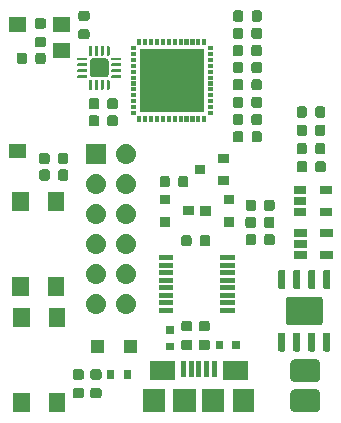
<source format=gbr>
G04 #@! TF.GenerationSoftware,KiCad,Pcbnew,(5.0.1)-3*
G04 #@! TF.CreationDate,2019-12-25T14:02:51-05:00*
G04 #@! TF.ProjectId,SmartWatch,536D61727457617463682E6B69636164,rev?*
G04 #@! TF.SameCoordinates,Original*
G04 #@! TF.FileFunction,Soldermask,Top*
G04 #@! TF.FilePolarity,Negative*
%FSLAX46Y46*%
G04 Gerber Fmt 4.6, Leading zero omitted, Abs format (unit mm)*
G04 Created by KiCad (PCBNEW (5.0.1)-3) date 12/25/2019 2:02:51 PM*
%MOMM*%
%LPD*%
G01*
G04 APERTURE LIST*
%ADD10C,0.100000*%
G04 APERTURE END LIST*
D10*
G36*
X155502212Y-119067763D02*
X155595534Y-119096073D01*
X155681544Y-119142046D01*
X155756928Y-119203912D01*
X155818794Y-119279296D01*
X155864767Y-119365306D01*
X155893077Y-119458628D01*
X155902660Y-119555926D01*
X155902660Y-120560434D01*
X155893077Y-120657732D01*
X155864767Y-120751054D01*
X155818794Y-120837064D01*
X155756928Y-120912448D01*
X155681544Y-120974314D01*
X155595534Y-121020287D01*
X155502212Y-121048597D01*
X155404914Y-121058180D01*
X153860406Y-121058180D01*
X153763108Y-121048597D01*
X153669786Y-121020287D01*
X153583776Y-120974314D01*
X153508392Y-120912448D01*
X153446526Y-120837064D01*
X153400553Y-120751054D01*
X153372243Y-120657732D01*
X153362660Y-120560434D01*
X153362660Y-119555926D01*
X153372243Y-119458628D01*
X153400553Y-119365306D01*
X153446526Y-119279296D01*
X153508392Y-119203912D01*
X153583776Y-119142046D01*
X153669786Y-119096073D01*
X153763108Y-119067763D01*
X153860406Y-119058180D01*
X155404914Y-119058180D01*
X155502212Y-119067763D01*
X155502212Y-119067763D01*
G37*
G36*
X134313897Y-121023017D02*
X132913897Y-121023017D01*
X132913897Y-119423017D01*
X134313897Y-119423017D01*
X134313897Y-121023017D01*
X134313897Y-121023017D01*
G37*
G36*
X131313897Y-121023017D02*
X129913897Y-121023017D01*
X129913897Y-119423017D01*
X131313897Y-119423017D01*
X131313897Y-121023017D01*
X131313897Y-121023017D01*
G37*
G36*
X142720740Y-121019324D02*
X140920740Y-121019324D01*
X140920740Y-119119324D01*
X142720740Y-119119324D01*
X142720740Y-121019324D01*
X142720740Y-121019324D01*
G37*
G36*
X147770740Y-121019324D02*
X145870740Y-121019324D01*
X145870740Y-119119324D01*
X147770740Y-119119324D01*
X147770740Y-121019324D01*
X147770740Y-121019324D01*
G37*
G36*
X150320740Y-121019324D02*
X148520740Y-121019324D01*
X148520740Y-119119324D01*
X150320740Y-119119324D01*
X150320740Y-121019324D01*
X150320740Y-121019324D01*
G37*
G36*
X145370740Y-121019324D02*
X143470740Y-121019324D01*
X143470740Y-119119324D01*
X145370740Y-119119324D01*
X145370740Y-121019324D01*
X145370740Y-121019324D01*
G37*
G36*
X137206933Y-118995039D02*
X137247495Y-119007344D01*
X137284880Y-119027326D01*
X137317644Y-119054216D01*
X137344534Y-119086980D01*
X137364516Y-119124365D01*
X137376821Y-119164927D01*
X137381000Y-119207356D01*
X137381000Y-119649364D01*
X137376821Y-119691793D01*
X137364516Y-119732355D01*
X137344534Y-119769740D01*
X137317644Y-119802504D01*
X137284880Y-119829394D01*
X137247495Y-119849376D01*
X137206933Y-119861681D01*
X137164504Y-119865860D01*
X136647496Y-119865860D01*
X136605067Y-119861681D01*
X136564505Y-119849376D01*
X136527120Y-119829394D01*
X136494356Y-119802504D01*
X136467466Y-119769740D01*
X136447484Y-119732355D01*
X136435179Y-119691793D01*
X136431000Y-119649364D01*
X136431000Y-119207356D01*
X136435179Y-119164927D01*
X136447484Y-119124365D01*
X136467466Y-119086980D01*
X136494356Y-119054216D01*
X136527120Y-119027326D01*
X136564505Y-119007344D01*
X136605067Y-118995039D01*
X136647496Y-118990860D01*
X137164504Y-118990860D01*
X137206933Y-118995039D01*
X137206933Y-118995039D01*
G37*
G36*
X135715953Y-118995039D02*
X135756515Y-119007344D01*
X135793900Y-119027326D01*
X135826664Y-119054216D01*
X135853554Y-119086980D01*
X135873536Y-119124365D01*
X135885841Y-119164927D01*
X135890020Y-119207356D01*
X135890020Y-119649364D01*
X135885841Y-119691793D01*
X135873536Y-119732355D01*
X135853554Y-119769740D01*
X135826664Y-119802504D01*
X135793900Y-119829394D01*
X135756515Y-119849376D01*
X135715953Y-119861681D01*
X135673524Y-119865860D01*
X135156516Y-119865860D01*
X135114087Y-119861681D01*
X135073525Y-119849376D01*
X135036140Y-119829394D01*
X135003376Y-119802504D01*
X134976486Y-119769740D01*
X134956504Y-119732355D01*
X134944199Y-119691793D01*
X134940020Y-119649364D01*
X134940020Y-119207356D01*
X134944199Y-119164927D01*
X134956504Y-119124365D01*
X134976486Y-119086980D01*
X135003376Y-119054216D01*
X135036140Y-119027326D01*
X135073525Y-119007344D01*
X135114087Y-118995039D01*
X135156516Y-118990860D01*
X135673524Y-118990860D01*
X135715953Y-118995039D01*
X135715953Y-118995039D01*
G37*
G36*
X155502212Y-116527763D02*
X155595534Y-116556073D01*
X155681544Y-116602046D01*
X155756928Y-116663912D01*
X155818794Y-116739296D01*
X155864767Y-116825306D01*
X155893077Y-116918628D01*
X155902660Y-117015926D01*
X155902660Y-118020434D01*
X155893077Y-118117732D01*
X155864767Y-118211054D01*
X155818794Y-118297064D01*
X155756928Y-118372448D01*
X155681544Y-118434314D01*
X155595534Y-118480287D01*
X155502212Y-118508597D01*
X155404914Y-118518180D01*
X153860406Y-118518180D01*
X153763108Y-118508597D01*
X153669786Y-118480287D01*
X153583776Y-118434314D01*
X153508392Y-118372448D01*
X153446526Y-118297064D01*
X153400553Y-118211054D01*
X153372243Y-118117732D01*
X153362660Y-118020434D01*
X153362660Y-117015926D01*
X153372243Y-116918628D01*
X153400553Y-116825306D01*
X153446526Y-116739296D01*
X153508392Y-116663912D01*
X153583776Y-116602046D01*
X153669786Y-116556073D01*
X153763108Y-116527763D01*
X153860406Y-116518180D01*
X155404914Y-116518180D01*
X155502212Y-116527763D01*
X155502212Y-116527763D01*
G37*
G36*
X149770740Y-118319324D02*
X147670740Y-118319324D01*
X147670740Y-116719324D01*
X149770740Y-116719324D01*
X149770740Y-118319324D01*
X149770740Y-118319324D01*
G37*
G36*
X143570740Y-118319324D02*
X141470740Y-118319324D01*
X141470740Y-116719324D01*
X143570740Y-116719324D01*
X143570740Y-118319324D01*
X143570740Y-118319324D01*
G37*
G36*
X135715953Y-117420039D02*
X135756515Y-117432344D01*
X135793900Y-117452326D01*
X135826664Y-117479216D01*
X135853554Y-117511980D01*
X135873536Y-117549365D01*
X135885841Y-117589927D01*
X135890020Y-117632356D01*
X135890020Y-118074364D01*
X135885841Y-118116793D01*
X135873536Y-118157355D01*
X135853554Y-118194740D01*
X135826664Y-118227504D01*
X135793900Y-118254394D01*
X135756515Y-118274376D01*
X135715953Y-118286681D01*
X135673524Y-118290860D01*
X135156516Y-118290860D01*
X135114087Y-118286681D01*
X135073525Y-118274376D01*
X135036140Y-118254394D01*
X135003376Y-118227504D01*
X134976486Y-118194740D01*
X134956504Y-118157355D01*
X134944199Y-118116793D01*
X134940020Y-118074364D01*
X134940020Y-117632356D01*
X134944199Y-117589927D01*
X134956504Y-117549365D01*
X134976486Y-117511980D01*
X135003376Y-117479216D01*
X135036140Y-117452326D01*
X135073525Y-117432344D01*
X135114087Y-117420039D01*
X135156516Y-117415860D01*
X135673524Y-117415860D01*
X135715953Y-117420039D01*
X135715953Y-117420039D01*
G37*
G36*
X137206933Y-117420039D02*
X137247495Y-117432344D01*
X137284880Y-117452326D01*
X137317644Y-117479216D01*
X137344534Y-117511980D01*
X137364516Y-117549365D01*
X137376821Y-117589927D01*
X137381000Y-117632356D01*
X137381000Y-118074364D01*
X137376821Y-118116793D01*
X137364516Y-118157355D01*
X137344534Y-118194740D01*
X137317644Y-118227504D01*
X137284880Y-118254394D01*
X137247495Y-118274376D01*
X137206933Y-118286681D01*
X137164504Y-118290860D01*
X136647496Y-118290860D01*
X136605067Y-118286681D01*
X136564505Y-118274376D01*
X136527120Y-118254394D01*
X136494356Y-118227504D01*
X136467466Y-118194740D01*
X136447484Y-118157355D01*
X136435179Y-118116793D01*
X136431000Y-118074364D01*
X136431000Y-117632356D01*
X136435179Y-117589927D01*
X136447484Y-117549365D01*
X136467466Y-117511980D01*
X136494356Y-117479216D01*
X136527120Y-117452326D01*
X136564505Y-117432344D01*
X136605067Y-117420039D01*
X136647496Y-117415860D01*
X137164504Y-117415860D01*
X137206933Y-117420039D01*
X137206933Y-117420039D01*
G37*
G36*
X139849100Y-118208540D02*
X139249100Y-118208540D01*
X139249100Y-117508540D01*
X139849100Y-117508540D01*
X139849100Y-118208540D01*
X139849100Y-118208540D01*
G37*
G36*
X138449100Y-118208540D02*
X137849100Y-118208540D01*
X137849100Y-117508540D01*
X138449100Y-117508540D01*
X138449100Y-118208540D01*
X138449100Y-118208540D01*
G37*
G36*
X146470740Y-118069324D02*
X146070740Y-118069324D01*
X146070740Y-116719324D01*
X146470740Y-116719324D01*
X146470740Y-118069324D01*
X146470740Y-118069324D01*
G37*
G36*
X145820740Y-118069324D02*
X145420740Y-118069324D01*
X145420740Y-116719324D01*
X145820740Y-116719324D01*
X145820740Y-118069324D01*
X145820740Y-118069324D01*
G37*
G36*
X145170740Y-118069324D02*
X144770740Y-118069324D01*
X144770740Y-116719324D01*
X145170740Y-116719324D01*
X145170740Y-118069324D01*
X145170740Y-118069324D01*
G37*
G36*
X147120740Y-118069324D02*
X146720740Y-118069324D01*
X146720740Y-116719324D01*
X147120740Y-116719324D01*
X147120740Y-118069324D01*
X147120740Y-118069324D01*
G37*
G36*
X144520740Y-118069324D02*
X144120740Y-118069324D01*
X144120740Y-116719324D01*
X144520740Y-116719324D01*
X144520740Y-118069324D01*
X144520740Y-118069324D01*
G37*
G36*
X140367300Y-116069200D02*
X139267300Y-116069200D01*
X139267300Y-114969200D01*
X140367300Y-114969200D01*
X140367300Y-116069200D01*
X140367300Y-116069200D01*
G37*
G36*
X137567300Y-116069200D02*
X136467300Y-116069200D01*
X136467300Y-114969200D01*
X137567300Y-114969200D01*
X137567300Y-116069200D01*
X137567300Y-116069200D01*
G37*
G36*
X156630030Y-114313898D02*
X156657695Y-114322290D01*
X156683194Y-114335920D01*
X156705541Y-114354259D01*
X156723880Y-114376606D01*
X156737510Y-114402105D01*
X156745902Y-114429770D01*
X156748760Y-114458786D01*
X156748760Y-115763294D01*
X156745902Y-115792310D01*
X156737510Y-115819975D01*
X156723880Y-115845474D01*
X156705541Y-115867821D01*
X156683194Y-115886160D01*
X156657695Y-115899790D01*
X156630030Y-115908182D01*
X156601014Y-115911040D01*
X156296506Y-115911040D01*
X156267490Y-115908182D01*
X156239825Y-115899790D01*
X156214326Y-115886160D01*
X156191979Y-115867821D01*
X156173640Y-115845474D01*
X156160010Y-115819975D01*
X156151618Y-115792310D01*
X156148760Y-115763294D01*
X156148760Y-114458786D01*
X156151618Y-114429770D01*
X156160010Y-114402105D01*
X156173640Y-114376606D01*
X156191979Y-114354259D01*
X156214326Y-114335920D01*
X156239825Y-114322290D01*
X156267490Y-114313898D01*
X156296506Y-114311040D01*
X156601014Y-114311040D01*
X156630030Y-114313898D01*
X156630030Y-114313898D01*
G37*
G36*
X155360030Y-114313898D02*
X155387695Y-114322290D01*
X155413194Y-114335920D01*
X155435541Y-114354259D01*
X155453880Y-114376606D01*
X155467510Y-114402105D01*
X155475902Y-114429770D01*
X155478760Y-114458786D01*
X155478760Y-115763294D01*
X155475902Y-115792310D01*
X155467510Y-115819975D01*
X155453880Y-115845474D01*
X155435541Y-115867821D01*
X155413194Y-115886160D01*
X155387695Y-115899790D01*
X155360030Y-115908182D01*
X155331014Y-115911040D01*
X155026506Y-115911040D01*
X154997490Y-115908182D01*
X154969825Y-115899790D01*
X154944326Y-115886160D01*
X154921979Y-115867821D01*
X154903640Y-115845474D01*
X154890010Y-115819975D01*
X154881618Y-115792310D01*
X154878760Y-115763294D01*
X154878760Y-114458786D01*
X154881618Y-114429770D01*
X154890010Y-114402105D01*
X154903640Y-114376606D01*
X154921979Y-114354259D01*
X154944326Y-114335920D01*
X154969825Y-114322290D01*
X154997490Y-114313898D01*
X155026506Y-114311040D01*
X155331014Y-114311040D01*
X155360030Y-114313898D01*
X155360030Y-114313898D01*
G37*
G36*
X154090030Y-114313898D02*
X154117695Y-114322290D01*
X154143194Y-114335920D01*
X154165541Y-114354259D01*
X154183880Y-114376606D01*
X154197510Y-114402105D01*
X154205902Y-114429770D01*
X154208760Y-114458786D01*
X154208760Y-115763294D01*
X154205902Y-115792310D01*
X154197510Y-115819975D01*
X154183880Y-115845474D01*
X154165541Y-115867821D01*
X154143194Y-115886160D01*
X154117695Y-115899790D01*
X154090030Y-115908182D01*
X154061014Y-115911040D01*
X153756506Y-115911040D01*
X153727490Y-115908182D01*
X153699825Y-115899790D01*
X153674326Y-115886160D01*
X153651979Y-115867821D01*
X153633640Y-115845474D01*
X153620010Y-115819975D01*
X153611618Y-115792310D01*
X153608760Y-115763294D01*
X153608760Y-114458786D01*
X153611618Y-114429770D01*
X153620010Y-114402105D01*
X153633640Y-114376606D01*
X153651979Y-114354259D01*
X153674326Y-114335920D01*
X153699825Y-114322290D01*
X153727490Y-114313898D01*
X153756506Y-114311040D01*
X154061014Y-114311040D01*
X154090030Y-114313898D01*
X154090030Y-114313898D01*
G37*
G36*
X152820030Y-114313898D02*
X152847695Y-114322290D01*
X152873194Y-114335920D01*
X152895541Y-114354259D01*
X152913880Y-114376606D01*
X152927510Y-114402105D01*
X152935902Y-114429770D01*
X152938760Y-114458786D01*
X152938760Y-115763294D01*
X152935902Y-115792310D01*
X152927510Y-115819975D01*
X152913880Y-115845474D01*
X152895541Y-115867821D01*
X152873194Y-115886160D01*
X152847695Y-115899790D01*
X152820030Y-115908182D01*
X152791014Y-115911040D01*
X152486506Y-115911040D01*
X152457490Y-115908182D01*
X152429825Y-115899790D01*
X152404326Y-115886160D01*
X152381979Y-115867821D01*
X152363640Y-115845474D01*
X152350010Y-115819975D01*
X152341618Y-115792310D01*
X152338760Y-115763294D01*
X152338760Y-114458786D01*
X152341618Y-114429770D01*
X152350010Y-114402105D01*
X152363640Y-114376606D01*
X152381979Y-114354259D01*
X152404326Y-114335920D01*
X152429825Y-114322290D01*
X152457490Y-114313898D01*
X152486506Y-114311040D01*
X152791014Y-114311040D01*
X152820030Y-114313898D01*
X152820030Y-114313898D01*
G37*
G36*
X143509480Y-115784704D02*
X142809480Y-115784704D01*
X142809480Y-115184704D01*
X143509480Y-115184704D01*
X143509480Y-115784704D01*
X143509480Y-115784704D01*
G37*
G36*
X146381413Y-114908079D02*
X146421975Y-114920384D01*
X146459360Y-114940366D01*
X146492124Y-114967256D01*
X146519014Y-115000020D01*
X146538996Y-115037405D01*
X146551301Y-115077967D01*
X146555480Y-115120396D01*
X146555480Y-115562404D01*
X146551301Y-115604833D01*
X146538996Y-115645395D01*
X146519014Y-115682780D01*
X146492124Y-115715544D01*
X146459360Y-115742434D01*
X146421975Y-115762416D01*
X146381413Y-115774721D01*
X146338984Y-115778900D01*
X145821976Y-115778900D01*
X145779547Y-115774721D01*
X145738985Y-115762416D01*
X145701600Y-115742434D01*
X145668836Y-115715544D01*
X145641946Y-115682780D01*
X145621964Y-115645395D01*
X145609659Y-115604833D01*
X145605480Y-115562404D01*
X145605480Y-115120396D01*
X145609659Y-115077967D01*
X145621964Y-115037405D01*
X145641946Y-115000020D01*
X145668836Y-114967256D01*
X145701600Y-114940366D01*
X145738985Y-114920384D01*
X145779547Y-114908079D01*
X145821976Y-114903900D01*
X146338984Y-114903900D01*
X146381413Y-114908079D01*
X146381413Y-114908079D01*
G37*
G36*
X144903133Y-114908079D02*
X144943695Y-114920384D01*
X144981080Y-114940366D01*
X145013844Y-114967256D01*
X145040734Y-115000020D01*
X145060716Y-115037405D01*
X145073021Y-115077967D01*
X145077200Y-115120396D01*
X145077200Y-115562404D01*
X145073021Y-115604833D01*
X145060716Y-115645395D01*
X145040734Y-115682780D01*
X145013844Y-115715544D01*
X144981080Y-115742434D01*
X144943695Y-115762416D01*
X144903133Y-115774721D01*
X144860704Y-115778900D01*
X144343696Y-115778900D01*
X144301267Y-115774721D01*
X144260705Y-115762416D01*
X144223320Y-115742434D01*
X144190556Y-115715544D01*
X144163666Y-115682780D01*
X144143684Y-115645395D01*
X144131379Y-115604833D01*
X144127200Y-115562404D01*
X144127200Y-115120396D01*
X144131379Y-115077967D01*
X144143684Y-115037405D01*
X144163666Y-115000020D01*
X144190556Y-114967256D01*
X144223320Y-114940366D01*
X144260705Y-114920384D01*
X144301267Y-114908079D01*
X144343696Y-114903900D01*
X144860704Y-114903900D01*
X144903133Y-114908079D01*
X144903133Y-114908079D01*
G37*
G36*
X149064220Y-115699624D02*
X148464220Y-115699624D01*
X148464220Y-114999624D01*
X149064220Y-114999624D01*
X149064220Y-115699624D01*
X149064220Y-115699624D01*
G37*
G36*
X147664220Y-115699624D02*
X147064220Y-115699624D01*
X147064220Y-114999624D01*
X147664220Y-114999624D01*
X147664220Y-115699624D01*
X147664220Y-115699624D01*
G37*
G36*
X143509480Y-114384704D02*
X142809480Y-114384704D01*
X142809480Y-113784704D01*
X143509480Y-113784704D01*
X143509480Y-114384704D01*
X143509480Y-114384704D01*
G37*
G36*
X146381413Y-113333079D02*
X146421975Y-113345384D01*
X146459360Y-113365366D01*
X146492124Y-113392256D01*
X146519014Y-113425020D01*
X146538996Y-113462405D01*
X146551301Y-113502967D01*
X146555480Y-113545396D01*
X146555480Y-113987404D01*
X146551301Y-114029833D01*
X146538996Y-114070395D01*
X146519014Y-114107780D01*
X146492124Y-114140544D01*
X146459360Y-114167434D01*
X146421975Y-114187416D01*
X146381413Y-114199721D01*
X146338984Y-114203900D01*
X145821976Y-114203900D01*
X145779547Y-114199721D01*
X145738985Y-114187416D01*
X145701600Y-114167434D01*
X145668836Y-114140544D01*
X145641946Y-114107780D01*
X145621964Y-114070395D01*
X145609659Y-114029833D01*
X145605480Y-113987404D01*
X145605480Y-113545396D01*
X145609659Y-113502967D01*
X145621964Y-113462405D01*
X145641946Y-113425020D01*
X145668836Y-113392256D01*
X145701600Y-113365366D01*
X145738985Y-113345384D01*
X145779547Y-113333079D01*
X145821976Y-113328900D01*
X146338984Y-113328900D01*
X146381413Y-113333079D01*
X146381413Y-113333079D01*
G37*
G36*
X144903133Y-113333079D02*
X144943695Y-113345384D01*
X144981080Y-113365366D01*
X145013844Y-113392256D01*
X145040734Y-113425020D01*
X145060716Y-113462405D01*
X145073021Y-113502967D01*
X145077200Y-113545396D01*
X145077200Y-113987404D01*
X145073021Y-114029833D01*
X145060716Y-114070395D01*
X145040734Y-114107780D01*
X145013844Y-114140544D01*
X144981080Y-114167434D01*
X144943695Y-114187416D01*
X144903133Y-114199721D01*
X144860704Y-114203900D01*
X144343696Y-114203900D01*
X144301267Y-114199721D01*
X144260705Y-114187416D01*
X144223320Y-114167434D01*
X144190556Y-114140544D01*
X144163666Y-114107780D01*
X144143684Y-114070395D01*
X144131379Y-114029833D01*
X144127200Y-113987404D01*
X144127200Y-113545396D01*
X144131379Y-113502967D01*
X144143684Y-113462405D01*
X144163666Y-113425020D01*
X144190556Y-113392256D01*
X144223320Y-113365366D01*
X144260705Y-113345384D01*
X144301267Y-113333079D01*
X144343696Y-113328900D01*
X144860704Y-113328900D01*
X144903133Y-113333079D01*
X144903133Y-113333079D01*
G37*
G36*
X131313897Y-113823017D02*
X129913897Y-113823017D01*
X129913897Y-112223017D01*
X131313897Y-112223017D01*
X131313897Y-113823017D01*
X131313897Y-113823017D01*
G37*
G36*
X134313897Y-113823017D02*
X132913897Y-113823017D01*
X132913897Y-112223017D01*
X134313897Y-112223017D01*
X134313897Y-113823017D01*
X134313897Y-113823017D01*
G37*
G36*
X155895718Y-111260792D02*
X155941867Y-111274791D01*
X155984402Y-111297526D01*
X156021680Y-111328120D01*
X156052274Y-111365398D01*
X156075009Y-111407933D01*
X156089008Y-111454082D01*
X156093760Y-111502322D01*
X156093760Y-113419758D01*
X156089008Y-113467998D01*
X156075009Y-113514147D01*
X156052274Y-113556682D01*
X156021680Y-113593960D01*
X155984402Y-113624554D01*
X155941867Y-113647289D01*
X155895718Y-113661288D01*
X155847478Y-113666040D01*
X153240042Y-113666040D01*
X153191802Y-113661288D01*
X153145653Y-113647289D01*
X153103118Y-113624554D01*
X153065840Y-113593960D01*
X153035246Y-113556682D01*
X153012511Y-113514147D01*
X152998512Y-113467998D01*
X152993760Y-113419758D01*
X152993760Y-111502322D01*
X152998512Y-111454082D01*
X153012511Y-111407933D01*
X153035246Y-111365398D01*
X153065840Y-111328120D01*
X153103118Y-111297526D01*
X153145653Y-111274791D01*
X153191802Y-111260792D01*
X153240042Y-111256040D01*
X155847478Y-111256040D01*
X155895718Y-111260792D01*
X155895718Y-111260792D01*
G37*
G36*
X137075169Y-111044220D02*
X137235395Y-111092823D01*
X137383059Y-111171752D01*
X137512488Y-111277972D01*
X137618708Y-111407401D01*
X137697637Y-111555065D01*
X137746240Y-111715291D01*
X137762652Y-111881920D01*
X137746240Y-112048549D01*
X137697637Y-112208775D01*
X137618708Y-112356439D01*
X137512488Y-112485868D01*
X137383059Y-112592088D01*
X137235395Y-112671017D01*
X137075169Y-112719620D01*
X136950289Y-112731920D01*
X136866791Y-112731920D01*
X136741911Y-112719620D01*
X136581685Y-112671017D01*
X136434021Y-112592088D01*
X136304592Y-112485868D01*
X136198372Y-112356439D01*
X136119443Y-112208775D01*
X136070840Y-112048549D01*
X136054428Y-111881920D01*
X136070840Y-111715291D01*
X136119443Y-111555065D01*
X136198372Y-111407401D01*
X136304592Y-111277972D01*
X136434021Y-111171752D01*
X136581685Y-111092823D01*
X136741911Y-111044220D01*
X136866791Y-111031920D01*
X136950289Y-111031920D01*
X137075169Y-111044220D01*
X137075169Y-111044220D01*
G37*
G36*
X139615169Y-111044220D02*
X139775395Y-111092823D01*
X139923059Y-111171752D01*
X140052488Y-111277972D01*
X140158708Y-111407401D01*
X140237637Y-111555065D01*
X140286240Y-111715291D01*
X140302652Y-111881920D01*
X140286240Y-112048549D01*
X140237637Y-112208775D01*
X140158708Y-112356439D01*
X140052488Y-112485868D01*
X139923059Y-112592088D01*
X139775395Y-112671017D01*
X139615169Y-112719620D01*
X139490289Y-112731920D01*
X139406791Y-112731920D01*
X139281911Y-112719620D01*
X139121685Y-112671017D01*
X138974021Y-112592088D01*
X138844592Y-112485868D01*
X138738372Y-112356439D01*
X138659443Y-112208775D01*
X138610840Y-112048549D01*
X138594428Y-111881920D01*
X138610840Y-111715291D01*
X138659443Y-111555065D01*
X138738372Y-111407401D01*
X138844592Y-111277972D01*
X138974021Y-111171752D01*
X139121685Y-111092823D01*
X139281911Y-111044220D01*
X139406791Y-111031920D01*
X139490289Y-111031920D01*
X139615169Y-111044220D01*
X139615169Y-111044220D01*
G37*
G36*
X148645480Y-112615320D02*
X147445480Y-112615320D01*
X147445480Y-112215320D01*
X148645480Y-112215320D01*
X148645480Y-112615320D01*
X148645480Y-112615320D01*
G37*
G36*
X143445480Y-112615320D02*
X142245480Y-112615320D01*
X142245480Y-112215320D01*
X143445480Y-112215320D01*
X143445480Y-112615320D01*
X143445480Y-112615320D01*
G37*
G36*
X143445480Y-111980320D02*
X142245480Y-111980320D01*
X142245480Y-111580320D01*
X143445480Y-111580320D01*
X143445480Y-111980320D01*
X143445480Y-111980320D01*
G37*
G36*
X148645480Y-111980320D02*
X147445480Y-111980320D01*
X147445480Y-111580320D01*
X148645480Y-111580320D01*
X148645480Y-111980320D01*
X148645480Y-111980320D01*
G37*
G36*
X148645480Y-111345320D02*
X147445480Y-111345320D01*
X147445480Y-110945320D01*
X148645480Y-110945320D01*
X148645480Y-111345320D01*
X148645480Y-111345320D01*
G37*
G36*
X143445480Y-111345320D02*
X142245480Y-111345320D01*
X142245480Y-110945320D01*
X143445480Y-110945320D01*
X143445480Y-111345320D01*
X143445480Y-111345320D01*
G37*
G36*
X134214837Y-111183057D02*
X132814837Y-111183057D01*
X132814837Y-109583057D01*
X134214837Y-109583057D01*
X134214837Y-111183057D01*
X134214837Y-111183057D01*
G37*
G36*
X131214837Y-111183057D02*
X129814837Y-111183057D01*
X129814837Y-109583057D01*
X131214837Y-109583057D01*
X131214837Y-111183057D01*
X131214837Y-111183057D01*
G37*
G36*
X148645480Y-110710320D02*
X147445480Y-110710320D01*
X147445480Y-110310320D01*
X148645480Y-110310320D01*
X148645480Y-110710320D01*
X148645480Y-110710320D01*
G37*
G36*
X143445480Y-110710320D02*
X142245480Y-110710320D01*
X142245480Y-110310320D01*
X143445480Y-110310320D01*
X143445480Y-110710320D01*
X143445480Y-110710320D01*
G37*
G36*
X156630030Y-109013898D02*
X156657695Y-109022290D01*
X156683194Y-109035920D01*
X156705541Y-109054259D01*
X156723880Y-109076606D01*
X156737510Y-109102105D01*
X156745902Y-109129770D01*
X156748760Y-109158786D01*
X156748760Y-110463294D01*
X156745902Y-110492310D01*
X156737510Y-110519975D01*
X156723880Y-110545474D01*
X156705541Y-110567821D01*
X156683194Y-110586160D01*
X156657695Y-110599790D01*
X156630030Y-110608182D01*
X156601014Y-110611040D01*
X156296506Y-110611040D01*
X156267490Y-110608182D01*
X156239825Y-110599790D01*
X156214326Y-110586160D01*
X156191979Y-110567821D01*
X156173640Y-110545474D01*
X156160010Y-110519975D01*
X156151618Y-110492310D01*
X156148760Y-110463294D01*
X156148760Y-109158786D01*
X156151618Y-109129770D01*
X156160010Y-109102105D01*
X156173640Y-109076606D01*
X156191979Y-109054259D01*
X156214326Y-109035920D01*
X156239825Y-109022290D01*
X156267490Y-109013898D01*
X156296506Y-109011040D01*
X156601014Y-109011040D01*
X156630030Y-109013898D01*
X156630030Y-109013898D01*
G37*
G36*
X155360030Y-109013898D02*
X155387695Y-109022290D01*
X155413194Y-109035920D01*
X155435541Y-109054259D01*
X155453880Y-109076606D01*
X155467510Y-109102105D01*
X155475902Y-109129770D01*
X155478760Y-109158786D01*
X155478760Y-110463294D01*
X155475902Y-110492310D01*
X155467510Y-110519975D01*
X155453880Y-110545474D01*
X155435541Y-110567821D01*
X155413194Y-110586160D01*
X155387695Y-110599790D01*
X155360030Y-110608182D01*
X155331014Y-110611040D01*
X155026506Y-110611040D01*
X154997490Y-110608182D01*
X154969825Y-110599790D01*
X154944326Y-110586160D01*
X154921979Y-110567821D01*
X154903640Y-110545474D01*
X154890010Y-110519975D01*
X154881618Y-110492310D01*
X154878760Y-110463294D01*
X154878760Y-109158786D01*
X154881618Y-109129770D01*
X154890010Y-109102105D01*
X154903640Y-109076606D01*
X154921979Y-109054259D01*
X154944326Y-109035920D01*
X154969825Y-109022290D01*
X154997490Y-109013898D01*
X155026506Y-109011040D01*
X155331014Y-109011040D01*
X155360030Y-109013898D01*
X155360030Y-109013898D01*
G37*
G36*
X154090030Y-109013898D02*
X154117695Y-109022290D01*
X154143194Y-109035920D01*
X154165541Y-109054259D01*
X154183880Y-109076606D01*
X154197510Y-109102105D01*
X154205902Y-109129770D01*
X154208760Y-109158786D01*
X154208760Y-110463294D01*
X154205902Y-110492310D01*
X154197510Y-110519975D01*
X154183880Y-110545474D01*
X154165541Y-110567821D01*
X154143194Y-110586160D01*
X154117695Y-110599790D01*
X154090030Y-110608182D01*
X154061014Y-110611040D01*
X153756506Y-110611040D01*
X153727490Y-110608182D01*
X153699825Y-110599790D01*
X153674326Y-110586160D01*
X153651979Y-110567821D01*
X153633640Y-110545474D01*
X153620010Y-110519975D01*
X153611618Y-110492310D01*
X153608760Y-110463294D01*
X153608760Y-109158786D01*
X153611618Y-109129770D01*
X153620010Y-109102105D01*
X153633640Y-109076606D01*
X153651979Y-109054259D01*
X153674326Y-109035920D01*
X153699825Y-109022290D01*
X153727490Y-109013898D01*
X153756506Y-109011040D01*
X154061014Y-109011040D01*
X154090030Y-109013898D01*
X154090030Y-109013898D01*
G37*
G36*
X152820030Y-109013898D02*
X152847695Y-109022290D01*
X152873194Y-109035920D01*
X152895541Y-109054259D01*
X152913880Y-109076606D01*
X152927510Y-109102105D01*
X152935902Y-109129770D01*
X152938760Y-109158786D01*
X152938760Y-110463294D01*
X152935902Y-110492310D01*
X152927510Y-110519975D01*
X152913880Y-110545474D01*
X152895541Y-110567821D01*
X152873194Y-110586160D01*
X152847695Y-110599790D01*
X152820030Y-110608182D01*
X152791014Y-110611040D01*
X152486506Y-110611040D01*
X152457490Y-110608182D01*
X152429825Y-110599790D01*
X152404326Y-110586160D01*
X152381979Y-110567821D01*
X152363640Y-110545474D01*
X152350010Y-110519975D01*
X152341618Y-110492310D01*
X152338760Y-110463294D01*
X152338760Y-109158786D01*
X152341618Y-109129770D01*
X152350010Y-109102105D01*
X152363640Y-109076606D01*
X152381979Y-109054259D01*
X152404326Y-109035920D01*
X152429825Y-109022290D01*
X152457490Y-109013898D01*
X152486506Y-109011040D01*
X152791014Y-109011040D01*
X152820030Y-109013898D01*
X152820030Y-109013898D01*
G37*
G36*
X139615169Y-108504220D02*
X139775395Y-108552823D01*
X139923059Y-108631752D01*
X140052488Y-108737972D01*
X140158708Y-108867401D01*
X140237637Y-109015065D01*
X140286240Y-109175291D01*
X140302652Y-109341920D01*
X140286240Y-109508549D01*
X140237637Y-109668775D01*
X140158708Y-109816439D01*
X140052488Y-109945868D01*
X139923059Y-110052088D01*
X139775395Y-110131017D01*
X139615169Y-110179620D01*
X139490289Y-110191920D01*
X139406791Y-110191920D01*
X139281911Y-110179620D01*
X139121685Y-110131017D01*
X138974021Y-110052088D01*
X138844592Y-109945868D01*
X138738372Y-109816439D01*
X138659443Y-109668775D01*
X138610840Y-109508549D01*
X138594428Y-109341920D01*
X138610840Y-109175291D01*
X138659443Y-109015065D01*
X138738372Y-108867401D01*
X138844592Y-108737972D01*
X138974021Y-108631752D01*
X139121685Y-108552823D01*
X139281911Y-108504220D01*
X139406791Y-108491920D01*
X139490289Y-108491920D01*
X139615169Y-108504220D01*
X139615169Y-108504220D01*
G37*
G36*
X137075169Y-108504220D02*
X137235395Y-108552823D01*
X137383059Y-108631752D01*
X137512488Y-108737972D01*
X137618708Y-108867401D01*
X137697637Y-109015065D01*
X137746240Y-109175291D01*
X137762652Y-109341920D01*
X137746240Y-109508549D01*
X137697637Y-109668775D01*
X137618708Y-109816439D01*
X137512488Y-109945868D01*
X137383059Y-110052088D01*
X137235395Y-110131017D01*
X137075169Y-110179620D01*
X136950289Y-110191920D01*
X136866791Y-110191920D01*
X136741911Y-110179620D01*
X136581685Y-110131017D01*
X136434021Y-110052088D01*
X136304592Y-109945868D01*
X136198372Y-109816439D01*
X136119443Y-109668775D01*
X136070840Y-109508549D01*
X136054428Y-109341920D01*
X136070840Y-109175291D01*
X136119443Y-109015065D01*
X136198372Y-108867401D01*
X136304592Y-108737972D01*
X136434021Y-108631752D01*
X136581685Y-108552823D01*
X136741911Y-108504220D01*
X136866791Y-108491920D01*
X136950289Y-108491920D01*
X137075169Y-108504220D01*
X137075169Y-108504220D01*
G37*
G36*
X148645480Y-110075320D02*
X147445480Y-110075320D01*
X147445480Y-109675320D01*
X148645480Y-109675320D01*
X148645480Y-110075320D01*
X148645480Y-110075320D01*
G37*
G36*
X143445480Y-110075320D02*
X142245480Y-110075320D01*
X142245480Y-109675320D01*
X143445480Y-109675320D01*
X143445480Y-110075320D01*
X143445480Y-110075320D01*
G37*
G36*
X148645480Y-109440320D02*
X147445480Y-109440320D01*
X147445480Y-109040320D01*
X148645480Y-109040320D01*
X148645480Y-109440320D01*
X148645480Y-109440320D01*
G37*
G36*
X143445480Y-109440320D02*
X142245480Y-109440320D01*
X142245480Y-109040320D01*
X143445480Y-109040320D01*
X143445480Y-109440320D01*
X143445480Y-109440320D01*
G37*
G36*
X148645480Y-108805320D02*
X147445480Y-108805320D01*
X147445480Y-108405320D01*
X148645480Y-108405320D01*
X148645480Y-108805320D01*
X148645480Y-108805320D01*
G37*
G36*
X143445480Y-108805320D02*
X142245480Y-108805320D01*
X142245480Y-108405320D01*
X143445480Y-108405320D01*
X143445480Y-108805320D01*
X143445480Y-108805320D01*
G37*
G36*
X148645480Y-108170320D02*
X147445480Y-108170320D01*
X147445480Y-107770320D01*
X148645480Y-107770320D01*
X148645480Y-108170320D01*
X148645480Y-108170320D01*
G37*
G36*
X143445480Y-108170320D02*
X142245480Y-108170320D01*
X142245480Y-107770320D01*
X143445480Y-107770320D01*
X143445480Y-108170320D01*
X143445480Y-108170320D01*
G37*
G36*
X154748280Y-108071880D02*
X153688280Y-108071880D01*
X153688280Y-107421880D01*
X154748280Y-107421880D01*
X154748280Y-108071880D01*
X154748280Y-108071880D01*
G37*
G36*
X156948280Y-108071880D02*
X155888280Y-108071880D01*
X155888280Y-107421880D01*
X156948280Y-107421880D01*
X156948280Y-108071880D01*
X156948280Y-108071880D01*
G37*
G36*
X139615169Y-105964220D02*
X139775395Y-106012823D01*
X139923059Y-106091752D01*
X140052488Y-106197972D01*
X140158708Y-106327401D01*
X140237637Y-106475065D01*
X140286240Y-106635291D01*
X140302652Y-106801920D01*
X140286240Y-106968549D01*
X140237637Y-107128775D01*
X140158708Y-107276439D01*
X140052488Y-107405868D01*
X139923059Y-107512088D01*
X139775395Y-107591017D01*
X139615169Y-107639620D01*
X139490289Y-107651920D01*
X139406791Y-107651920D01*
X139281911Y-107639620D01*
X139121685Y-107591017D01*
X138974021Y-107512088D01*
X138844592Y-107405868D01*
X138738372Y-107276439D01*
X138659443Y-107128775D01*
X138610840Y-106968549D01*
X138594428Y-106801920D01*
X138610840Y-106635291D01*
X138659443Y-106475065D01*
X138738372Y-106327401D01*
X138844592Y-106197972D01*
X138974021Y-106091752D01*
X139121685Y-106012823D01*
X139281911Y-105964220D01*
X139406791Y-105951920D01*
X139490289Y-105951920D01*
X139615169Y-105964220D01*
X139615169Y-105964220D01*
G37*
G36*
X137075169Y-105964220D02*
X137235395Y-106012823D01*
X137383059Y-106091752D01*
X137512488Y-106197972D01*
X137618708Y-106327401D01*
X137697637Y-106475065D01*
X137746240Y-106635291D01*
X137762652Y-106801920D01*
X137746240Y-106968549D01*
X137697637Y-107128775D01*
X137618708Y-107276439D01*
X137512488Y-107405868D01*
X137383059Y-107512088D01*
X137235395Y-107591017D01*
X137075169Y-107639620D01*
X136950289Y-107651920D01*
X136866791Y-107651920D01*
X136741911Y-107639620D01*
X136581685Y-107591017D01*
X136434021Y-107512088D01*
X136304592Y-107405868D01*
X136198372Y-107276439D01*
X136119443Y-107128775D01*
X136070840Y-106968549D01*
X136054428Y-106801920D01*
X136070840Y-106635291D01*
X136119443Y-106475065D01*
X136198372Y-106327401D01*
X136304592Y-106197972D01*
X136434021Y-106091752D01*
X136581685Y-106012823D01*
X136741911Y-105964220D01*
X136866791Y-105951920D01*
X136950289Y-105951920D01*
X137075169Y-105964220D01*
X137075169Y-105964220D01*
G37*
G36*
X154748280Y-107121880D02*
X153688280Y-107121880D01*
X153688280Y-106471880D01*
X154748280Y-106471880D01*
X154748280Y-107121880D01*
X154748280Y-107121880D01*
G37*
G36*
X144824993Y-106072019D02*
X144865555Y-106084324D01*
X144902940Y-106104306D01*
X144935704Y-106131196D01*
X144962594Y-106163960D01*
X144982576Y-106201345D01*
X144994881Y-106241907D01*
X144999060Y-106284336D01*
X144999060Y-106801344D01*
X144994881Y-106843773D01*
X144982576Y-106884335D01*
X144962594Y-106921720D01*
X144935704Y-106954484D01*
X144902940Y-106981374D01*
X144865555Y-107001356D01*
X144824993Y-107013661D01*
X144782564Y-107017840D01*
X144340556Y-107017840D01*
X144298127Y-107013661D01*
X144257565Y-107001356D01*
X144220180Y-106981374D01*
X144187416Y-106954484D01*
X144160526Y-106921720D01*
X144140544Y-106884335D01*
X144128239Y-106843773D01*
X144124060Y-106801344D01*
X144124060Y-106284336D01*
X144128239Y-106241907D01*
X144140544Y-106201345D01*
X144160526Y-106163960D01*
X144187416Y-106131196D01*
X144220180Y-106104306D01*
X144257565Y-106084324D01*
X144298127Y-106072019D01*
X144340556Y-106067840D01*
X144782564Y-106067840D01*
X144824993Y-106072019D01*
X144824993Y-106072019D01*
G37*
G36*
X146399993Y-106072019D02*
X146440555Y-106084324D01*
X146477940Y-106104306D01*
X146510704Y-106131196D01*
X146537594Y-106163960D01*
X146557576Y-106201345D01*
X146569881Y-106241907D01*
X146574060Y-106284336D01*
X146574060Y-106801344D01*
X146569881Y-106843773D01*
X146557576Y-106884335D01*
X146537594Y-106921720D01*
X146510704Y-106954484D01*
X146477940Y-106981374D01*
X146440555Y-107001356D01*
X146399993Y-107013661D01*
X146357564Y-107017840D01*
X145915556Y-107017840D01*
X145873127Y-107013661D01*
X145832565Y-107001356D01*
X145795180Y-106981374D01*
X145762416Y-106954484D01*
X145735526Y-106921720D01*
X145715544Y-106884335D01*
X145703239Y-106843773D01*
X145699060Y-106801344D01*
X145699060Y-106284336D01*
X145703239Y-106241907D01*
X145715544Y-106201345D01*
X145735526Y-106163960D01*
X145762416Y-106131196D01*
X145795180Y-106104306D01*
X145832565Y-106084324D01*
X145873127Y-106072019D01*
X145915556Y-106067840D01*
X146357564Y-106067840D01*
X146399993Y-106072019D01*
X146399993Y-106072019D01*
G37*
G36*
X151858353Y-105962799D02*
X151898915Y-105975104D01*
X151936300Y-105995086D01*
X151969064Y-106021976D01*
X151995954Y-106054740D01*
X152015936Y-106092125D01*
X152028241Y-106132687D01*
X152032420Y-106175116D01*
X152032420Y-106692124D01*
X152028241Y-106734553D01*
X152015936Y-106775115D01*
X151995954Y-106812500D01*
X151969064Y-106845264D01*
X151936300Y-106872154D01*
X151898915Y-106892136D01*
X151858353Y-106904441D01*
X151815924Y-106908620D01*
X151373916Y-106908620D01*
X151331487Y-106904441D01*
X151290925Y-106892136D01*
X151253540Y-106872154D01*
X151220776Y-106845264D01*
X151193886Y-106812500D01*
X151173904Y-106775115D01*
X151161599Y-106734553D01*
X151157420Y-106692124D01*
X151157420Y-106175116D01*
X151161599Y-106132687D01*
X151173904Y-106092125D01*
X151193886Y-106054740D01*
X151220776Y-106021976D01*
X151253540Y-105995086D01*
X151290925Y-105975104D01*
X151331487Y-105962799D01*
X151373916Y-105958620D01*
X151815924Y-105958620D01*
X151858353Y-105962799D01*
X151858353Y-105962799D01*
G37*
G36*
X150283353Y-105962799D02*
X150323915Y-105975104D01*
X150361300Y-105995086D01*
X150394064Y-106021976D01*
X150420954Y-106054740D01*
X150440936Y-106092125D01*
X150453241Y-106132687D01*
X150457420Y-106175116D01*
X150457420Y-106692124D01*
X150453241Y-106734553D01*
X150440936Y-106775115D01*
X150420954Y-106812500D01*
X150394064Y-106845264D01*
X150361300Y-106872154D01*
X150323915Y-106892136D01*
X150283353Y-106904441D01*
X150240924Y-106908620D01*
X149798916Y-106908620D01*
X149756487Y-106904441D01*
X149715925Y-106892136D01*
X149678540Y-106872154D01*
X149645776Y-106845264D01*
X149618886Y-106812500D01*
X149598904Y-106775115D01*
X149586599Y-106734553D01*
X149582420Y-106692124D01*
X149582420Y-106175116D01*
X149586599Y-106132687D01*
X149598904Y-106092125D01*
X149618886Y-106054740D01*
X149645776Y-106021976D01*
X149678540Y-105995086D01*
X149715925Y-105975104D01*
X149756487Y-105962799D01*
X149798916Y-105958620D01*
X150240924Y-105958620D01*
X150283353Y-105962799D01*
X150283353Y-105962799D01*
G37*
G36*
X154748280Y-106171880D02*
X153688280Y-106171880D01*
X153688280Y-105521880D01*
X154748280Y-105521880D01*
X154748280Y-106171880D01*
X154748280Y-106171880D01*
G37*
G36*
X156948280Y-106171880D02*
X155888280Y-106171880D01*
X155888280Y-105521880D01*
X156948280Y-105521880D01*
X156948280Y-106171880D01*
X156948280Y-106171880D01*
G37*
G36*
X151845553Y-104502299D02*
X151886115Y-104514604D01*
X151923500Y-104534586D01*
X151956264Y-104561476D01*
X151983154Y-104594240D01*
X152003136Y-104631625D01*
X152015441Y-104672187D01*
X152019620Y-104714616D01*
X152019620Y-105231624D01*
X152015441Y-105274053D01*
X152003136Y-105314615D01*
X151983154Y-105352000D01*
X151956264Y-105384764D01*
X151923500Y-105411654D01*
X151886115Y-105431636D01*
X151845553Y-105443941D01*
X151803124Y-105448120D01*
X151361116Y-105448120D01*
X151318687Y-105443941D01*
X151278125Y-105431636D01*
X151240740Y-105411654D01*
X151207976Y-105384764D01*
X151181086Y-105352000D01*
X151161104Y-105314615D01*
X151148799Y-105274053D01*
X151144620Y-105231624D01*
X151144620Y-104714616D01*
X151148799Y-104672187D01*
X151161104Y-104631625D01*
X151181086Y-104594240D01*
X151207976Y-104561476D01*
X151240740Y-104534586D01*
X151278125Y-104514604D01*
X151318687Y-104502299D01*
X151361116Y-104498120D01*
X151803124Y-104498120D01*
X151845553Y-104502299D01*
X151845553Y-104502299D01*
G37*
G36*
X150270553Y-104502299D02*
X150311115Y-104514604D01*
X150348500Y-104534586D01*
X150381264Y-104561476D01*
X150408154Y-104594240D01*
X150428136Y-104631625D01*
X150440441Y-104672187D01*
X150444620Y-104714616D01*
X150444620Y-105231624D01*
X150440441Y-105274053D01*
X150428136Y-105314615D01*
X150408154Y-105352000D01*
X150381264Y-105384764D01*
X150348500Y-105411654D01*
X150311115Y-105431636D01*
X150270553Y-105443941D01*
X150228124Y-105448120D01*
X149786116Y-105448120D01*
X149743687Y-105443941D01*
X149703125Y-105431636D01*
X149665740Y-105411654D01*
X149632976Y-105384764D01*
X149606086Y-105352000D01*
X149586104Y-105314615D01*
X149573799Y-105274053D01*
X149569620Y-105231624D01*
X149569620Y-104714616D01*
X149573799Y-104672187D01*
X149586104Y-104631625D01*
X149606086Y-104594240D01*
X149632976Y-104561476D01*
X149665740Y-104534586D01*
X149703125Y-104514604D01*
X149743687Y-104502299D01*
X149786116Y-104498120D01*
X150228124Y-104498120D01*
X150270553Y-104502299D01*
X150270553Y-104502299D01*
G37*
G36*
X148609980Y-105350300D02*
X147709980Y-105350300D01*
X147709980Y-104550300D01*
X148609980Y-104550300D01*
X148609980Y-105350300D01*
X148609980Y-105350300D01*
G37*
G36*
X143201300Y-105335060D02*
X142301300Y-105335060D01*
X142301300Y-104535060D01*
X143201300Y-104535060D01*
X143201300Y-105335060D01*
X143201300Y-105335060D01*
G37*
G36*
X137075169Y-103424220D02*
X137235395Y-103472823D01*
X137383059Y-103551752D01*
X137512488Y-103657972D01*
X137618708Y-103787401D01*
X137697637Y-103935065D01*
X137746240Y-104095291D01*
X137762652Y-104261920D01*
X137746240Y-104428549D01*
X137697637Y-104588775D01*
X137618708Y-104736439D01*
X137512488Y-104865868D01*
X137383059Y-104972088D01*
X137235395Y-105051017D01*
X137075169Y-105099620D01*
X136950289Y-105111920D01*
X136866791Y-105111920D01*
X136741911Y-105099620D01*
X136581685Y-105051017D01*
X136434021Y-104972088D01*
X136304592Y-104865868D01*
X136198372Y-104736439D01*
X136119443Y-104588775D01*
X136070840Y-104428549D01*
X136054428Y-104261920D01*
X136070840Y-104095291D01*
X136119443Y-103935065D01*
X136198372Y-103787401D01*
X136304592Y-103657972D01*
X136434021Y-103551752D01*
X136581685Y-103472823D01*
X136741911Y-103424220D01*
X136866791Y-103411920D01*
X136950289Y-103411920D01*
X137075169Y-103424220D01*
X137075169Y-103424220D01*
G37*
G36*
X139615169Y-103424220D02*
X139775395Y-103472823D01*
X139923059Y-103551752D01*
X140052488Y-103657972D01*
X140158708Y-103787401D01*
X140237637Y-103935065D01*
X140286240Y-104095291D01*
X140302652Y-104261920D01*
X140286240Y-104428549D01*
X140237637Y-104588775D01*
X140158708Y-104736439D01*
X140052488Y-104865868D01*
X139923059Y-104972088D01*
X139775395Y-105051017D01*
X139615169Y-105099620D01*
X139490289Y-105111920D01*
X139406791Y-105111920D01*
X139281911Y-105099620D01*
X139121685Y-105051017D01*
X138974021Y-104972088D01*
X138844592Y-104865868D01*
X138738372Y-104736439D01*
X138659443Y-104588775D01*
X138610840Y-104428549D01*
X138594428Y-104261920D01*
X138610840Y-104095291D01*
X138659443Y-103935065D01*
X138738372Y-103787401D01*
X138844592Y-103657972D01*
X138974021Y-103551752D01*
X139121685Y-103472823D01*
X139281911Y-103424220D01*
X139406791Y-103411920D01*
X139490289Y-103411920D01*
X139615169Y-103424220D01*
X139615169Y-103424220D01*
G37*
G36*
X156915260Y-104431980D02*
X155855260Y-104431980D01*
X155855260Y-103781980D01*
X156915260Y-103781980D01*
X156915260Y-104431980D01*
X156915260Y-104431980D01*
G37*
G36*
X154715260Y-104431980D02*
X153655260Y-104431980D01*
X153655260Y-103781980D01*
X154715260Y-103781980D01*
X154715260Y-104431980D01*
X154715260Y-104431980D01*
G37*
G36*
X146609980Y-104400300D02*
X145709980Y-104400300D01*
X145709980Y-103600300D01*
X146609980Y-103600300D01*
X146609980Y-104400300D01*
X146609980Y-104400300D01*
G37*
G36*
X145201300Y-104385060D02*
X144301300Y-104385060D01*
X144301300Y-103585060D01*
X145201300Y-103585060D01*
X145201300Y-104385060D01*
X145201300Y-104385060D01*
G37*
G36*
X150278273Y-103044339D02*
X150318835Y-103056644D01*
X150356220Y-103076626D01*
X150388984Y-103103516D01*
X150415874Y-103136280D01*
X150435856Y-103173665D01*
X150448161Y-103214227D01*
X150452340Y-103256656D01*
X150452340Y-103773664D01*
X150448161Y-103816093D01*
X150435856Y-103856655D01*
X150415874Y-103894040D01*
X150388984Y-103926804D01*
X150356220Y-103953694D01*
X150318835Y-103973676D01*
X150278273Y-103985981D01*
X150235844Y-103990160D01*
X149793836Y-103990160D01*
X149751407Y-103985981D01*
X149710845Y-103973676D01*
X149673460Y-103953694D01*
X149640696Y-103926804D01*
X149613806Y-103894040D01*
X149593824Y-103856655D01*
X149581519Y-103816093D01*
X149577340Y-103773664D01*
X149577340Y-103256656D01*
X149581519Y-103214227D01*
X149593824Y-103173665D01*
X149613806Y-103136280D01*
X149640696Y-103103516D01*
X149673460Y-103076626D01*
X149710845Y-103056644D01*
X149751407Y-103044339D01*
X149793836Y-103040160D01*
X150235844Y-103040160D01*
X150278273Y-103044339D01*
X150278273Y-103044339D01*
G37*
G36*
X151853273Y-103044339D02*
X151893835Y-103056644D01*
X151931220Y-103076626D01*
X151963984Y-103103516D01*
X151990874Y-103136280D01*
X152010856Y-103173665D01*
X152023161Y-103214227D01*
X152027340Y-103256656D01*
X152027340Y-103773664D01*
X152023161Y-103816093D01*
X152010856Y-103856655D01*
X151990874Y-103894040D01*
X151963984Y-103926804D01*
X151931220Y-103953694D01*
X151893835Y-103973676D01*
X151853273Y-103985981D01*
X151810844Y-103990160D01*
X151368836Y-103990160D01*
X151326407Y-103985981D01*
X151285845Y-103973676D01*
X151248460Y-103953694D01*
X151215696Y-103926804D01*
X151188806Y-103894040D01*
X151168824Y-103856655D01*
X151156519Y-103816093D01*
X151152340Y-103773664D01*
X151152340Y-103256656D01*
X151156519Y-103214227D01*
X151168824Y-103173665D01*
X151188806Y-103136280D01*
X151215696Y-103103516D01*
X151248460Y-103076626D01*
X151285845Y-103056644D01*
X151326407Y-103044339D01*
X151368836Y-103040160D01*
X151810844Y-103040160D01*
X151853273Y-103044339D01*
X151853273Y-103044339D01*
G37*
G36*
X131214837Y-103983057D02*
X129814837Y-103983057D01*
X129814837Y-102383057D01*
X131214837Y-102383057D01*
X131214837Y-103983057D01*
X131214837Y-103983057D01*
G37*
G36*
X134214837Y-103983057D02*
X132814837Y-103983057D01*
X132814837Y-102383057D01*
X134214837Y-102383057D01*
X134214837Y-103983057D01*
X134214837Y-103983057D01*
G37*
G36*
X154715260Y-103481980D02*
X153655260Y-103481980D01*
X153655260Y-102831980D01*
X154715260Y-102831980D01*
X154715260Y-103481980D01*
X154715260Y-103481980D01*
G37*
G36*
X148609980Y-103450300D02*
X147709980Y-103450300D01*
X147709980Y-102650300D01*
X148609980Y-102650300D01*
X148609980Y-103450300D01*
X148609980Y-103450300D01*
G37*
G36*
X143201300Y-103435060D02*
X142301300Y-103435060D01*
X142301300Y-102635060D01*
X143201300Y-102635060D01*
X143201300Y-103435060D01*
X143201300Y-103435060D01*
G37*
G36*
X139615169Y-100884220D02*
X139775395Y-100932823D01*
X139923059Y-101011752D01*
X140052488Y-101117972D01*
X140158708Y-101247401D01*
X140237637Y-101395065D01*
X140286240Y-101555291D01*
X140302652Y-101721920D01*
X140286240Y-101888549D01*
X140237637Y-102048775D01*
X140158708Y-102196439D01*
X140052488Y-102325868D01*
X139923059Y-102432088D01*
X139775395Y-102511017D01*
X139615169Y-102559620D01*
X139490289Y-102571920D01*
X139406791Y-102571920D01*
X139281911Y-102559620D01*
X139121685Y-102511017D01*
X138974021Y-102432088D01*
X138844592Y-102325868D01*
X138738372Y-102196439D01*
X138659443Y-102048775D01*
X138610840Y-101888549D01*
X138594428Y-101721920D01*
X138610840Y-101555291D01*
X138659443Y-101395065D01*
X138738372Y-101247401D01*
X138844592Y-101117972D01*
X138974021Y-101011752D01*
X139121685Y-100932823D01*
X139281911Y-100884220D01*
X139406791Y-100871920D01*
X139490289Y-100871920D01*
X139615169Y-100884220D01*
X139615169Y-100884220D01*
G37*
G36*
X137075169Y-100884220D02*
X137235395Y-100932823D01*
X137383059Y-101011752D01*
X137512488Y-101117972D01*
X137618708Y-101247401D01*
X137697637Y-101395065D01*
X137746240Y-101555291D01*
X137762652Y-101721920D01*
X137746240Y-101888549D01*
X137697637Y-102048775D01*
X137618708Y-102196439D01*
X137512488Y-102325868D01*
X137383059Y-102432088D01*
X137235395Y-102511017D01*
X137075169Y-102559620D01*
X136950289Y-102571920D01*
X136866791Y-102571920D01*
X136741911Y-102559620D01*
X136581685Y-102511017D01*
X136434021Y-102432088D01*
X136304592Y-102325868D01*
X136198372Y-102196439D01*
X136119443Y-102048775D01*
X136070840Y-101888549D01*
X136054428Y-101721920D01*
X136070840Y-101555291D01*
X136119443Y-101395065D01*
X136198372Y-101247401D01*
X136304592Y-101117972D01*
X136434021Y-101011752D01*
X136581685Y-100932823D01*
X136741911Y-100884220D01*
X136866791Y-100871920D01*
X136950289Y-100871920D01*
X137075169Y-100884220D01*
X137075169Y-100884220D01*
G37*
G36*
X154715260Y-102531980D02*
X153655260Y-102531980D01*
X153655260Y-101881980D01*
X154715260Y-101881980D01*
X154715260Y-102531980D01*
X154715260Y-102531980D01*
G37*
G36*
X156915260Y-102531980D02*
X155855260Y-102531980D01*
X155855260Y-101881980D01*
X156915260Y-101881980D01*
X156915260Y-102531980D01*
X156915260Y-102531980D01*
G37*
G36*
X142993553Y-101052979D02*
X143034115Y-101065284D01*
X143071500Y-101085266D01*
X143104264Y-101112156D01*
X143131154Y-101144920D01*
X143151136Y-101182305D01*
X143163441Y-101222867D01*
X143167620Y-101265296D01*
X143167620Y-101782304D01*
X143163441Y-101824733D01*
X143151136Y-101865295D01*
X143131154Y-101902680D01*
X143104264Y-101935444D01*
X143071500Y-101962334D01*
X143034115Y-101982316D01*
X142993553Y-101994621D01*
X142951124Y-101998800D01*
X142509116Y-101998800D01*
X142466687Y-101994621D01*
X142426125Y-101982316D01*
X142388740Y-101962334D01*
X142355976Y-101935444D01*
X142329086Y-101902680D01*
X142309104Y-101865295D01*
X142296799Y-101824733D01*
X142292620Y-101782304D01*
X142292620Y-101265296D01*
X142296799Y-101222867D01*
X142309104Y-101182305D01*
X142329086Y-101144920D01*
X142355976Y-101112156D01*
X142388740Y-101085266D01*
X142426125Y-101065284D01*
X142466687Y-101052979D01*
X142509116Y-101048800D01*
X142951124Y-101048800D01*
X142993553Y-101052979D01*
X142993553Y-101052979D01*
G37*
G36*
X144568553Y-101052979D02*
X144609115Y-101065284D01*
X144646500Y-101085266D01*
X144679264Y-101112156D01*
X144706154Y-101144920D01*
X144726136Y-101182305D01*
X144738441Y-101222867D01*
X144742620Y-101265296D01*
X144742620Y-101782304D01*
X144738441Y-101824733D01*
X144726136Y-101865295D01*
X144706154Y-101902680D01*
X144679264Y-101935444D01*
X144646500Y-101962334D01*
X144609115Y-101982316D01*
X144568553Y-101994621D01*
X144526124Y-101998800D01*
X144084116Y-101998800D01*
X144041687Y-101994621D01*
X144001125Y-101982316D01*
X143963740Y-101962334D01*
X143930976Y-101935444D01*
X143904086Y-101902680D01*
X143884104Y-101865295D01*
X143871799Y-101824733D01*
X143867620Y-101782304D01*
X143867620Y-101265296D01*
X143871799Y-101222867D01*
X143884104Y-101182305D01*
X143904086Y-101144920D01*
X143930976Y-101112156D01*
X143963740Y-101085266D01*
X144001125Y-101065284D01*
X144041687Y-101052979D01*
X144084116Y-101048800D01*
X144526124Y-101048800D01*
X144568553Y-101052979D01*
X144568553Y-101052979D01*
G37*
G36*
X148155320Y-101850180D02*
X147255320Y-101850180D01*
X147255320Y-101050180D01*
X148155320Y-101050180D01*
X148155320Y-101850180D01*
X148155320Y-101850180D01*
G37*
G36*
X134400933Y-100494179D02*
X134441495Y-100506484D01*
X134478880Y-100526466D01*
X134511644Y-100553356D01*
X134538534Y-100586120D01*
X134558516Y-100623505D01*
X134570821Y-100664067D01*
X134575000Y-100706496D01*
X134575000Y-101223504D01*
X134570821Y-101265933D01*
X134558516Y-101306495D01*
X134538534Y-101343880D01*
X134511644Y-101376644D01*
X134478880Y-101403534D01*
X134441495Y-101423516D01*
X134400933Y-101435821D01*
X134358504Y-101440000D01*
X133916496Y-101440000D01*
X133874067Y-101435821D01*
X133833505Y-101423516D01*
X133796120Y-101403534D01*
X133763356Y-101376644D01*
X133736466Y-101343880D01*
X133716484Y-101306495D01*
X133704179Y-101265933D01*
X133700000Y-101223504D01*
X133700000Y-100706496D01*
X133704179Y-100664067D01*
X133716484Y-100623505D01*
X133736466Y-100586120D01*
X133763356Y-100553356D01*
X133796120Y-100526466D01*
X133833505Y-100506484D01*
X133874067Y-100494179D01*
X133916496Y-100490000D01*
X134358504Y-100490000D01*
X134400933Y-100494179D01*
X134400933Y-100494179D01*
G37*
G36*
X132825933Y-100494179D02*
X132866495Y-100506484D01*
X132903880Y-100526466D01*
X132936644Y-100553356D01*
X132963534Y-100586120D01*
X132983516Y-100623505D01*
X132995821Y-100664067D01*
X133000000Y-100706496D01*
X133000000Y-101223504D01*
X132995821Y-101265933D01*
X132983516Y-101306495D01*
X132963534Y-101343880D01*
X132936644Y-101376644D01*
X132903880Y-101403534D01*
X132866495Y-101423516D01*
X132825933Y-101435821D01*
X132783504Y-101440000D01*
X132341496Y-101440000D01*
X132299067Y-101435821D01*
X132258505Y-101423516D01*
X132221120Y-101403534D01*
X132188356Y-101376644D01*
X132161466Y-101343880D01*
X132141484Y-101306495D01*
X132129179Y-101265933D01*
X132125000Y-101223504D01*
X132125000Y-100706496D01*
X132129179Y-100664067D01*
X132141484Y-100623505D01*
X132161466Y-100586120D01*
X132188356Y-100553356D01*
X132221120Y-100526466D01*
X132258505Y-100506484D01*
X132299067Y-100494179D01*
X132341496Y-100490000D01*
X132783504Y-100490000D01*
X132825933Y-100494179D01*
X132825933Y-100494179D01*
G37*
G36*
X146155320Y-100900180D02*
X145255320Y-100900180D01*
X145255320Y-100100180D01*
X146155320Y-100100180D01*
X146155320Y-100900180D01*
X146155320Y-100900180D01*
G37*
G36*
X156186513Y-99795679D02*
X156227075Y-99807984D01*
X156264460Y-99827966D01*
X156297224Y-99854856D01*
X156324114Y-99887620D01*
X156344096Y-99925005D01*
X156356401Y-99965567D01*
X156360580Y-100007996D01*
X156360580Y-100525004D01*
X156356401Y-100567433D01*
X156344096Y-100607995D01*
X156324114Y-100645380D01*
X156297224Y-100678144D01*
X156264460Y-100705034D01*
X156227075Y-100725016D01*
X156186513Y-100737321D01*
X156144084Y-100741500D01*
X155702076Y-100741500D01*
X155659647Y-100737321D01*
X155619085Y-100725016D01*
X155581700Y-100705034D01*
X155548936Y-100678144D01*
X155522046Y-100645380D01*
X155502064Y-100607995D01*
X155489759Y-100567433D01*
X155485580Y-100525004D01*
X155485580Y-100007996D01*
X155489759Y-99965567D01*
X155502064Y-99925005D01*
X155522046Y-99887620D01*
X155548936Y-99854856D01*
X155581700Y-99827966D01*
X155619085Y-99807984D01*
X155659647Y-99795679D01*
X155702076Y-99791500D01*
X156144084Y-99791500D01*
X156186513Y-99795679D01*
X156186513Y-99795679D01*
G37*
G36*
X154611513Y-99795679D02*
X154652075Y-99807984D01*
X154689460Y-99827966D01*
X154722224Y-99854856D01*
X154749114Y-99887620D01*
X154769096Y-99925005D01*
X154781401Y-99965567D01*
X154785580Y-100007996D01*
X154785580Y-100525004D01*
X154781401Y-100567433D01*
X154769096Y-100607995D01*
X154749114Y-100645380D01*
X154722224Y-100678144D01*
X154689460Y-100705034D01*
X154652075Y-100725016D01*
X154611513Y-100737321D01*
X154569084Y-100741500D01*
X154127076Y-100741500D01*
X154084647Y-100737321D01*
X154044085Y-100725016D01*
X154006700Y-100705034D01*
X153973936Y-100678144D01*
X153947046Y-100645380D01*
X153927064Y-100607995D01*
X153914759Y-100567433D01*
X153910580Y-100525004D01*
X153910580Y-100007996D01*
X153914759Y-99965567D01*
X153927064Y-99925005D01*
X153947046Y-99887620D01*
X153973936Y-99854856D01*
X154006700Y-99827966D01*
X154044085Y-99807984D01*
X154084647Y-99795679D01*
X154127076Y-99791500D01*
X154569084Y-99791500D01*
X154611513Y-99795679D01*
X154611513Y-99795679D01*
G37*
G36*
X132803073Y-99092099D02*
X132843635Y-99104404D01*
X132881020Y-99124386D01*
X132913784Y-99151276D01*
X132940674Y-99184040D01*
X132960656Y-99221425D01*
X132972961Y-99261987D01*
X132977140Y-99304416D01*
X132977140Y-99821424D01*
X132972961Y-99863853D01*
X132960656Y-99904415D01*
X132940674Y-99941800D01*
X132913784Y-99974564D01*
X132881020Y-100001454D01*
X132843635Y-100021436D01*
X132803073Y-100033741D01*
X132760644Y-100037920D01*
X132318636Y-100037920D01*
X132276207Y-100033741D01*
X132235645Y-100021436D01*
X132198260Y-100001454D01*
X132165496Y-99974564D01*
X132138606Y-99941800D01*
X132118624Y-99904415D01*
X132106319Y-99863853D01*
X132102140Y-99821424D01*
X132102140Y-99304416D01*
X132106319Y-99261987D01*
X132118624Y-99221425D01*
X132138606Y-99184040D01*
X132165496Y-99151276D01*
X132198260Y-99124386D01*
X132235645Y-99104404D01*
X132276207Y-99092099D01*
X132318636Y-99087920D01*
X132760644Y-99087920D01*
X132803073Y-99092099D01*
X132803073Y-99092099D01*
G37*
G36*
X134378073Y-99092099D02*
X134418635Y-99104404D01*
X134456020Y-99124386D01*
X134488784Y-99151276D01*
X134515674Y-99184040D01*
X134535656Y-99221425D01*
X134547961Y-99261987D01*
X134552140Y-99304416D01*
X134552140Y-99821424D01*
X134547961Y-99863853D01*
X134535656Y-99904415D01*
X134515674Y-99941800D01*
X134488784Y-99974564D01*
X134456020Y-100001454D01*
X134418635Y-100021436D01*
X134378073Y-100033741D01*
X134335644Y-100037920D01*
X133893636Y-100037920D01*
X133851207Y-100033741D01*
X133810645Y-100021436D01*
X133773260Y-100001454D01*
X133740496Y-99974564D01*
X133713606Y-99941800D01*
X133693624Y-99904415D01*
X133681319Y-99863853D01*
X133677140Y-99821424D01*
X133677140Y-99304416D01*
X133681319Y-99261987D01*
X133693624Y-99221425D01*
X133713606Y-99184040D01*
X133740496Y-99151276D01*
X133773260Y-99124386D01*
X133810645Y-99104404D01*
X133851207Y-99092099D01*
X133893636Y-99087920D01*
X134335644Y-99087920D01*
X134378073Y-99092099D01*
X134378073Y-99092099D01*
G37*
G36*
X137758540Y-100031920D02*
X136058540Y-100031920D01*
X136058540Y-98331920D01*
X137758540Y-98331920D01*
X137758540Y-100031920D01*
X137758540Y-100031920D01*
G37*
G36*
X139615169Y-98344220D02*
X139775395Y-98392823D01*
X139923059Y-98471752D01*
X140052488Y-98577972D01*
X140158708Y-98707401D01*
X140237637Y-98855065D01*
X140286240Y-99015291D01*
X140302652Y-99181920D01*
X140286240Y-99348549D01*
X140237637Y-99508775D01*
X140158708Y-99656439D01*
X140052488Y-99785868D01*
X139923059Y-99892088D01*
X139775395Y-99971017D01*
X139615169Y-100019620D01*
X139490289Y-100031920D01*
X139406791Y-100031920D01*
X139281911Y-100019620D01*
X139121685Y-99971017D01*
X138974021Y-99892088D01*
X138844592Y-99785868D01*
X138738372Y-99656439D01*
X138659443Y-99508775D01*
X138610840Y-99348549D01*
X138594428Y-99181920D01*
X138610840Y-99015291D01*
X138659443Y-98855065D01*
X138738372Y-98707401D01*
X138844592Y-98577972D01*
X138974021Y-98471752D01*
X139121685Y-98392823D01*
X139281911Y-98344220D01*
X139406791Y-98331920D01*
X139490289Y-98331920D01*
X139615169Y-98344220D01*
X139615169Y-98344220D01*
G37*
G36*
X148155320Y-99950180D02*
X147255320Y-99950180D01*
X147255320Y-99150180D01*
X148155320Y-99150180D01*
X148155320Y-99950180D01*
X148155320Y-99950180D01*
G37*
G36*
X131023657Y-99518197D02*
X129523657Y-99518197D01*
X129523657Y-98318197D01*
X131023657Y-98318197D01*
X131023657Y-99518197D01*
X131023657Y-99518197D01*
G37*
G36*
X156168733Y-98258979D02*
X156209295Y-98271284D01*
X156246680Y-98291266D01*
X156279444Y-98318156D01*
X156306334Y-98350920D01*
X156326316Y-98388305D01*
X156338621Y-98428867D01*
X156342800Y-98471296D01*
X156342800Y-98988304D01*
X156338621Y-99030733D01*
X156326316Y-99071295D01*
X156306334Y-99108680D01*
X156279444Y-99141444D01*
X156246680Y-99168334D01*
X156209295Y-99188316D01*
X156168733Y-99200621D01*
X156126304Y-99204800D01*
X155684296Y-99204800D01*
X155641867Y-99200621D01*
X155601305Y-99188316D01*
X155563920Y-99168334D01*
X155531156Y-99141444D01*
X155504266Y-99108680D01*
X155484284Y-99071295D01*
X155471979Y-99030733D01*
X155467800Y-98988304D01*
X155467800Y-98471296D01*
X155471979Y-98428867D01*
X155484284Y-98388305D01*
X155504266Y-98350920D01*
X155531156Y-98318156D01*
X155563920Y-98291266D01*
X155601305Y-98271284D01*
X155641867Y-98258979D01*
X155684296Y-98254800D01*
X156126304Y-98254800D01*
X156168733Y-98258979D01*
X156168733Y-98258979D01*
G37*
G36*
X154593733Y-98258979D02*
X154634295Y-98271284D01*
X154671680Y-98291266D01*
X154704444Y-98318156D01*
X154731334Y-98350920D01*
X154751316Y-98388305D01*
X154763621Y-98428867D01*
X154767800Y-98471296D01*
X154767800Y-98988304D01*
X154763621Y-99030733D01*
X154751316Y-99071295D01*
X154731334Y-99108680D01*
X154704444Y-99141444D01*
X154671680Y-99168334D01*
X154634295Y-99188316D01*
X154593733Y-99200621D01*
X154551304Y-99204800D01*
X154109296Y-99204800D01*
X154066867Y-99200621D01*
X154026305Y-99188316D01*
X153988920Y-99168334D01*
X153956156Y-99141444D01*
X153929266Y-99108680D01*
X153909284Y-99071295D01*
X153896979Y-99030733D01*
X153892800Y-98988304D01*
X153892800Y-98471296D01*
X153896979Y-98428867D01*
X153909284Y-98388305D01*
X153929266Y-98350920D01*
X153956156Y-98318156D01*
X153988920Y-98291266D01*
X154026305Y-98271284D01*
X154066867Y-98258979D01*
X154109296Y-98254800D01*
X154551304Y-98254800D01*
X154593733Y-98258979D01*
X154593733Y-98258979D01*
G37*
G36*
X150786373Y-97250599D02*
X150826935Y-97262904D01*
X150864320Y-97282886D01*
X150897084Y-97309776D01*
X150923974Y-97342540D01*
X150943956Y-97379925D01*
X150956261Y-97420487D01*
X150960440Y-97462916D01*
X150960440Y-97979924D01*
X150956261Y-98022353D01*
X150943956Y-98062915D01*
X150923974Y-98100300D01*
X150897084Y-98133064D01*
X150864320Y-98159954D01*
X150826935Y-98179936D01*
X150786373Y-98192241D01*
X150743944Y-98196420D01*
X150301936Y-98196420D01*
X150259507Y-98192241D01*
X150218945Y-98179936D01*
X150181560Y-98159954D01*
X150148796Y-98133064D01*
X150121906Y-98100300D01*
X150101924Y-98062915D01*
X150089619Y-98022353D01*
X150085440Y-97979924D01*
X150085440Y-97462916D01*
X150089619Y-97420487D01*
X150101924Y-97379925D01*
X150121906Y-97342540D01*
X150148796Y-97309776D01*
X150181560Y-97282886D01*
X150218945Y-97262904D01*
X150259507Y-97250599D01*
X150301936Y-97246420D01*
X150743944Y-97246420D01*
X150786373Y-97250599D01*
X150786373Y-97250599D01*
G37*
G36*
X149211373Y-97250599D02*
X149251935Y-97262904D01*
X149289320Y-97282886D01*
X149322084Y-97309776D01*
X149348974Y-97342540D01*
X149368956Y-97379925D01*
X149381261Y-97420487D01*
X149385440Y-97462916D01*
X149385440Y-97979924D01*
X149381261Y-98022353D01*
X149368956Y-98062915D01*
X149348974Y-98100300D01*
X149322084Y-98133064D01*
X149289320Y-98159954D01*
X149251935Y-98179936D01*
X149211373Y-98192241D01*
X149168944Y-98196420D01*
X148726936Y-98196420D01*
X148684507Y-98192241D01*
X148643945Y-98179936D01*
X148606560Y-98159954D01*
X148573796Y-98133064D01*
X148546906Y-98100300D01*
X148526924Y-98062915D01*
X148514619Y-98022353D01*
X148510440Y-97979924D01*
X148510440Y-97462916D01*
X148514619Y-97420487D01*
X148526924Y-97379925D01*
X148546906Y-97342540D01*
X148573796Y-97309776D01*
X148606560Y-97282886D01*
X148643945Y-97262904D01*
X148684507Y-97250599D01*
X148726936Y-97246420D01*
X149168944Y-97246420D01*
X149211373Y-97250599D01*
X149211373Y-97250599D01*
G37*
G36*
X156168733Y-96709579D02*
X156209295Y-96721884D01*
X156246680Y-96741866D01*
X156279444Y-96768756D01*
X156306334Y-96801520D01*
X156326316Y-96838905D01*
X156338621Y-96879467D01*
X156342800Y-96921896D01*
X156342800Y-97438904D01*
X156338621Y-97481333D01*
X156326316Y-97521895D01*
X156306334Y-97559280D01*
X156279444Y-97592044D01*
X156246680Y-97618934D01*
X156209295Y-97638916D01*
X156168733Y-97651221D01*
X156126304Y-97655400D01*
X155684296Y-97655400D01*
X155641867Y-97651221D01*
X155601305Y-97638916D01*
X155563920Y-97618934D01*
X155531156Y-97592044D01*
X155504266Y-97559280D01*
X155484284Y-97521895D01*
X155471979Y-97481333D01*
X155467800Y-97438904D01*
X155467800Y-96921896D01*
X155471979Y-96879467D01*
X155484284Y-96838905D01*
X155504266Y-96801520D01*
X155531156Y-96768756D01*
X155563920Y-96741866D01*
X155601305Y-96721884D01*
X155641867Y-96709579D01*
X155684296Y-96705400D01*
X156126304Y-96705400D01*
X156168733Y-96709579D01*
X156168733Y-96709579D01*
G37*
G36*
X154593733Y-96709579D02*
X154634295Y-96721884D01*
X154671680Y-96741866D01*
X154704444Y-96768756D01*
X154731334Y-96801520D01*
X154751316Y-96838905D01*
X154763621Y-96879467D01*
X154767800Y-96921896D01*
X154767800Y-97438904D01*
X154763621Y-97481333D01*
X154751316Y-97521895D01*
X154731334Y-97559280D01*
X154704444Y-97592044D01*
X154671680Y-97618934D01*
X154634295Y-97638916D01*
X154593733Y-97651221D01*
X154551304Y-97655400D01*
X154109296Y-97655400D01*
X154066867Y-97651221D01*
X154026305Y-97638916D01*
X153988920Y-97618934D01*
X153956156Y-97592044D01*
X153929266Y-97559280D01*
X153909284Y-97521895D01*
X153896979Y-97481333D01*
X153892800Y-97438904D01*
X153892800Y-96921896D01*
X153896979Y-96879467D01*
X153909284Y-96838905D01*
X153929266Y-96801520D01*
X153956156Y-96768756D01*
X153988920Y-96741866D01*
X154026305Y-96721884D01*
X154066867Y-96709579D01*
X154109296Y-96705400D01*
X154551304Y-96705400D01*
X154593733Y-96709579D01*
X154593733Y-96709579D01*
G37*
G36*
X138574153Y-95904399D02*
X138614715Y-95916704D01*
X138652100Y-95936686D01*
X138684864Y-95963576D01*
X138711754Y-95996340D01*
X138731736Y-96033725D01*
X138744041Y-96074287D01*
X138748220Y-96116716D01*
X138748220Y-96633724D01*
X138744041Y-96676153D01*
X138731736Y-96716715D01*
X138711754Y-96754100D01*
X138684864Y-96786864D01*
X138652100Y-96813754D01*
X138614715Y-96833736D01*
X138574153Y-96846041D01*
X138531724Y-96850220D01*
X138089716Y-96850220D01*
X138047287Y-96846041D01*
X138006725Y-96833736D01*
X137969340Y-96813754D01*
X137936576Y-96786864D01*
X137909686Y-96754100D01*
X137889704Y-96716715D01*
X137877399Y-96676153D01*
X137873220Y-96633724D01*
X137873220Y-96116716D01*
X137877399Y-96074287D01*
X137889704Y-96033725D01*
X137909686Y-95996340D01*
X137936576Y-95963576D01*
X137969340Y-95936686D01*
X138006725Y-95916704D01*
X138047287Y-95904399D01*
X138089716Y-95900220D01*
X138531724Y-95900220D01*
X138574153Y-95904399D01*
X138574153Y-95904399D01*
G37*
G36*
X136999153Y-95904399D02*
X137039715Y-95916704D01*
X137077100Y-95936686D01*
X137109864Y-95963576D01*
X137136754Y-95996340D01*
X137156736Y-96033725D01*
X137169041Y-96074287D01*
X137173220Y-96116716D01*
X137173220Y-96633724D01*
X137169041Y-96676153D01*
X137156736Y-96716715D01*
X137136754Y-96754100D01*
X137109864Y-96786864D01*
X137077100Y-96813754D01*
X137039715Y-96833736D01*
X136999153Y-96846041D01*
X136956724Y-96850220D01*
X136514716Y-96850220D01*
X136472287Y-96846041D01*
X136431725Y-96833736D01*
X136394340Y-96813754D01*
X136361576Y-96786864D01*
X136334686Y-96754100D01*
X136314704Y-96716715D01*
X136302399Y-96676153D01*
X136298220Y-96633724D01*
X136298220Y-96116716D01*
X136302399Y-96074287D01*
X136314704Y-96033725D01*
X136334686Y-95996340D01*
X136361576Y-95963576D01*
X136394340Y-95936686D01*
X136431725Y-95916704D01*
X136472287Y-95904399D01*
X136514716Y-95900220D01*
X136956724Y-95900220D01*
X136999153Y-95904399D01*
X136999153Y-95904399D01*
G37*
G36*
X149201313Y-95792639D02*
X149241875Y-95804944D01*
X149279260Y-95824926D01*
X149312024Y-95851816D01*
X149338914Y-95884580D01*
X149358896Y-95921965D01*
X149371201Y-95962527D01*
X149375380Y-96004956D01*
X149375380Y-96521964D01*
X149371201Y-96564393D01*
X149358896Y-96604955D01*
X149338914Y-96642340D01*
X149312024Y-96675104D01*
X149279260Y-96701994D01*
X149241875Y-96721976D01*
X149201313Y-96734281D01*
X149158884Y-96738460D01*
X148716876Y-96738460D01*
X148674447Y-96734281D01*
X148633885Y-96721976D01*
X148596500Y-96701994D01*
X148563736Y-96675104D01*
X148536846Y-96642340D01*
X148516864Y-96604955D01*
X148504559Y-96564393D01*
X148500380Y-96521964D01*
X148500380Y-96004956D01*
X148504559Y-95962527D01*
X148516864Y-95921965D01*
X148536846Y-95884580D01*
X148563736Y-95851816D01*
X148596500Y-95824926D01*
X148633885Y-95804944D01*
X148674447Y-95792639D01*
X148716876Y-95788460D01*
X149158884Y-95788460D01*
X149201313Y-95792639D01*
X149201313Y-95792639D01*
G37*
G36*
X150776313Y-95792639D02*
X150816875Y-95804944D01*
X150854260Y-95824926D01*
X150887024Y-95851816D01*
X150913914Y-95884580D01*
X150933896Y-95921965D01*
X150946201Y-95962527D01*
X150950380Y-96004956D01*
X150950380Y-96521964D01*
X150946201Y-96564393D01*
X150933896Y-96604955D01*
X150913914Y-96642340D01*
X150887024Y-96675104D01*
X150854260Y-96701994D01*
X150816875Y-96721976D01*
X150776313Y-96734281D01*
X150733884Y-96738460D01*
X150291876Y-96738460D01*
X150249447Y-96734281D01*
X150208885Y-96721976D01*
X150171500Y-96701994D01*
X150138736Y-96675104D01*
X150111846Y-96642340D01*
X150091864Y-96604955D01*
X150079559Y-96564393D01*
X150075380Y-96521964D01*
X150075380Y-96004956D01*
X150079559Y-95962527D01*
X150091864Y-95921965D01*
X150111846Y-95884580D01*
X150138736Y-95851816D01*
X150171500Y-95824926D01*
X150208885Y-95804944D01*
X150249447Y-95792639D01*
X150291876Y-95788460D01*
X150733884Y-95788460D01*
X150776313Y-95792639D01*
X150776313Y-95792639D01*
G37*
G36*
X140754660Y-96456540D02*
X140404660Y-96456540D01*
X140404660Y-96006540D01*
X140754660Y-96006540D01*
X140754660Y-96456540D01*
X140754660Y-96456540D01*
G37*
G36*
X145254660Y-96456540D02*
X144904660Y-96456540D01*
X144904660Y-96006540D01*
X145254660Y-96006540D01*
X145254660Y-96456540D01*
X145254660Y-96456540D01*
G37*
G36*
X146254660Y-96456540D02*
X145904660Y-96456540D01*
X145904660Y-96006540D01*
X146254660Y-96006540D01*
X146254660Y-96456540D01*
X146254660Y-96456540D01*
G37*
G36*
X145754660Y-96456540D02*
X145404660Y-96456540D01*
X145404660Y-96006540D01*
X145754660Y-96006540D01*
X145754660Y-96456540D01*
X145754660Y-96456540D01*
G37*
G36*
X144754660Y-96456540D02*
X144404660Y-96456540D01*
X144404660Y-96006540D01*
X144754660Y-96006540D01*
X144754660Y-96456540D01*
X144754660Y-96456540D01*
G37*
G36*
X144254660Y-96456540D02*
X143904660Y-96456540D01*
X143904660Y-96006540D01*
X144254660Y-96006540D01*
X144254660Y-96456540D01*
X144254660Y-96456540D01*
G37*
G36*
X143754660Y-96456540D02*
X143404660Y-96456540D01*
X143404660Y-96006540D01*
X143754660Y-96006540D01*
X143754660Y-96456540D01*
X143754660Y-96456540D01*
G37*
G36*
X143254660Y-96456540D02*
X142904660Y-96456540D01*
X142904660Y-96006540D01*
X143254660Y-96006540D01*
X143254660Y-96456540D01*
X143254660Y-96456540D01*
G37*
G36*
X142754660Y-96456540D02*
X142404660Y-96456540D01*
X142404660Y-96006540D01*
X142754660Y-96006540D01*
X142754660Y-96456540D01*
X142754660Y-96456540D01*
G37*
G36*
X142254660Y-96456540D02*
X141904660Y-96456540D01*
X141904660Y-96006540D01*
X142254660Y-96006540D01*
X142254660Y-96456540D01*
X142254660Y-96456540D01*
G37*
G36*
X141754660Y-96456540D02*
X141404660Y-96456540D01*
X141404660Y-96006540D01*
X141754660Y-96006540D01*
X141754660Y-96456540D01*
X141754660Y-96456540D01*
G37*
G36*
X141254660Y-96456540D02*
X140904660Y-96456540D01*
X140904660Y-96006540D01*
X141254660Y-96006540D01*
X141254660Y-96456540D01*
X141254660Y-96456540D01*
G37*
G36*
X154593733Y-95160179D02*
X154634295Y-95172484D01*
X154671680Y-95192466D01*
X154704444Y-95219356D01*
X154731334Y-95252120D01*
X154751316Y-95289505D01*
X154763621Y-95330067D01*
X154767800Y-95372496D01*
X154767800Y-95889504D01*
X154763621Y-95931933D01*
X154751316Y-95972495D01*
X154731334Y-96009880D01*
X154704444Y-96042644D01*
X154671680Y-96069534D01*
X154634295Y-96089516D01*
X154593733Y-96101821D01*
X154551304Y-96106000D01*
X154109296Y-96106000D01*
X154066867Y-96101821D01*
X154026305Y-96089516D01*
X153988920Y-96069534D01*
X153956156Y-96042644D01*
X153929266Y-96009880D01*
X153909284Y-95972495D01*
X153896979Y-95931933D01*
X153892800Y-95889504D01*
X153892800Y-95372496D01*
X153896979Y-95330067D01*
X153909284Y-95289505D01*
X153929266Y-95252120D01*
X153956156Y-95219356D01*
X153988920Y-95192466D01*
X154026305Y-95172484D01*
X154066867Y-95160179D01*
X154109296Y-95156000D01*
X154551304Y-95156000D01*
X154593733Y-95160179D01*
X154593733Y-95160179D01*
G37*
G36*
X156168733Y-95160179D02*
X156209295Y-95172484D01*
X156246680Y-95192466D01*
X156279444Y-95219356D01*
X156306334Y-95252120D01*
X156326316Y-95289505D01*
X156338621Y-95330067D01*
X156342800Y-95372496D01*
X156342800Y-95889504D01*
X156338621Y-95931933D01*
X156326316Y-95972495D01*
X156306334Y-96009880D01*
X156279444Y-96042644D01*
X156246680Y-96069534D01*
X156209295Y-96089516D01*
X156168733Y-96101821D01*
X156126304Y-96106000D01*
X155684296Y-96106000D01*
X155641867Y-96101821D01*
X155601305Y-96089516D01*
X155563920Y-96069534D01*
X155531156Y-96042644D01*
X155504266Y-96009880D01*
X155484284Y-95972495D01*
X155471979Y-95931933D01*
X155467800Y-95889504D01*
X155467800Y-95372496D01*
X155471979Y-95330067D01*
X155484284Y-95289505D01*
X155504266Y-95252120D01*
X155531156Y-95219356D01*
X155563920Y-95192466D01*
X155601305Y-95172484D01*
X155641867Y-95160179D01*
X155684296Y-95156000D01*
X156126304Y-95156000D01*
X156168733Y-95160179D01*
X156168733Y-95160179D01*
G37*
G36*
X140289660Y-95891540D02*
X139839660Y-95891540D01*
X139839660Y-95541540D01*
X140289660Y-95541540D01*
X140289660Y-95891540D01*
X140289660Y-95891540D01*
G37*
G36*
X146819660Y-95891540D02*
X146369660Y-95891540D01*
X146369660Y-95541540D01*
X146819660Y-95541540D01*
X146819660Y-95891540D01*
X146819660Y-95891540D01*
G37*
G36*
X146029660Y-95666540D02*
X140629660Y-95666540D01*
X140629660Y-90266540D01*
X146029660Y-90266540D01*
X146029660Y-95666540D01*
X146029660Y-95666540D01*
G37*
G36*
X137006773Y-94459139D02*
X137047335Y-94471444D01*
X137084720Y-94491426D01*
X137117484Y-94518316D01*
X137144374Y-94551080D01*
X137164356Y-94588465D01*
X137176661Y-94629027D01*
X137180840Y-94671456D01*
X137180840Y-95188464D01*
X137176661Y-95230893D01*
X137164356Y-95271455D01*
X137144374Y-95308840D01*
X137117484Y-95341604D01*
X137084720Y-95368494D01*
X137047335Y-95388476D01*
X137006773Y-95400781D01*
X136964344Y-95404960D01*
X136522336Y-95404960D01*
X136479907Y-95400781D01*
X136439345Y-95388476D01*
X136401960Y-95368494D01*
X136369196Y-95341604D01*
X136342306Y-95308840D01*
X136322324Y-95271455D01*
X136310019Y-95230893D01*
X136305840Y-95188464D01*
X136305840Y-94671456D01*
X136310019Y-94629027D01*
X136322324Y-94588465D01*
X136342306Y-94551080D01*
X136369196Y-94518316D01*
X136401960Y-94491426D01*
X136439345Y-94471444D01*
X136479907Y-94459139D01*
X136522336Y-94454960D01*
X136964344Y-94454960D01*
X137006773Y-94459139D01*
X137006773Y-94459139D01*
G37*
G36*
X138581773Y-94459139D02*
X138622335Y-94471444D01*
X138659720Y-94491426D01*
X138692484Y-94518316D01*
X138719374Y-94551080D01*
X138739356Y-94588465D01*
X138751661Y-94629027D01*
X138755840Y-94671456D01*
X138755840Y-95188464D01*
X138751661Y-95230893D01*
X138739356Y-95271455D01*
X138719374Y-95308840D01*
X138692484Y-95341604D01*
X138659720Y-95368494D01*
X138622335Y-95388476D01*
X138581773Y-95400781D01*
X138539344Y-95404960D01*
X138097336Y-95404960D01*
X138054907Y-95400781D01*
X138014345Y-95388476D01*
X137976960Y-95368494D01*
X137944196Y-95341604D01*
X137917306Y-95308840D01*
X137897324Y-95271455D01*
X137885019Y-95230893D01*
X137880840Y-95188464D01*
X137880840Y-94671456D01*
X137885019Y-94629027D01*
X137897324Y-94588465D01*
X137917306Y-94551080D01*
X137944196Y-94518316D01*
X137976960Y-94491426D01*
X138014345Y-94471444D01*
X138054907Y-94459139D01*
X138097336Y-94454960D01*
X138539344Y-94454960D01*
X138581773Y-94459139D01*
X138581773Y-94459139D01*
G37*
G36*
X146819660Y-95391540D02*
X146369660Y-95391540D01*
X146369660Y-95041540D01*
X146819660Y-95041540D01*
X146819660Y-95391540D01*
X146819660Y-95391540D01*
G37*
G36*
X140289660Y-95391540D02*
X139839660Y-95391540D01*
X139839660Y-95041540D01*
X140289660Y-95041540D01*
X140289660Y-95391540D01*
X140289660Y-95391540D01*
G37*
G36*
X150776213Y-94339759D02*
X150816775Y-94352064D01*
X150854160Y-94372046D01*
X150886924Y-94398936D01*
X150913814Y-94431700D01*
X150933796Y-94469085D01*
X150946101Y-94509647D01*
X150950280Y-94552076D01*
X150950280Y-95069084D01*
X150946101Y-95111513D01*
X150933796Y-95152075D01*
X150913814Y-95189460D01*
X150886924Y-95222224D01*
X150854160Y-95249114D01*
X150816775Y-95269096D01*
X150776213Y-95281401D01*
X150733784Y-95285580D01*
X150291776Y-95285580D01*
X150249347Y-95281401D01*
X150208785Y-95269096D01*
X150171400Y-95249114D01*
X150138636Y-95222224D01*
X150111746Y-95189460D01*
X150091764Y-95152075D01*
X150079459Y-95111513D01*
X150075280Y-95069084D01*
X150075280Y-94552076D01*
X150079459Y-94509647D01*
X150091764Y-94469085D01*
X150111746Y-94431700D01*
X150138636Y-94398936D01*
X150171400Y-94372046D01*
X150208785Y-94352064D01*
X150249347Y-94339759D01*
X150291776Y-94335580D01*
X150733784Y-94335580D01*
X150776213Y-94339759D01*
X150776213Y-94339759D01*
G37*
G36*
X149201213Y-94339759D02*
X149241775Y-94352064D01*
X149279160Y-94372046D01*
X149311924Y-94398936D01*
X149338814Y-94431700D01*
X149358796Y-94469085D01*
X149371101Y-94509647D01*
X149375280Y-94552076D01*
X149375280Y-95069084D01*
X149371101Y-95111513D01*
X149358796Y-95152075D01*
X149338814Y-95189460D01*
X149311924Y-95222224D01*
X149279160Y-95249114D01*
X149241775Y-95269096D01*
X149201213Y-95281401D01*
X149158784Y-95285580D01*
X148716776Y-95285580D01*
X148674347Y-95281401D01*
X148633785Y-95269096D01*
X148596400Y-95249114D01*
X148563636Y-95222224D01*
X148536746Y-95189460D01*
X148516764Y-95152075D01*
X148504459Y-95111513D01*
X148500280Y-95069084D01*
X148500280Y-94552076D01*
X148504459Y-94509647D01*
X148516764Y-94469085D01*
X148536746Y-94431700D01*
X148563636Y-94398936D01*
X148596400Y-94372046D01*
X148633785Y-94352064D01*
X148674347Y-94339759D01*
X148716776Y-94335580D01*
X149158784Y-94335580D01*
X149201213Y-94339759D01*
X149201213Y-94339759D01*
G37*
G36*
X140289660Y-94891540D02*
X139839660Y-94891540D01*
X139839660Y-94541540D01*
X140289660Y-94541540D01*
X140289660Y-94891540D01*
X140289660Y-94891540D01*
G37*
G36*
X146819660Y-94891540D02*
X146369660Y-94891540D01*
X146369660Y-94541540D01*
X146819660Y-94541540D01*
X146819660Y-94891540D01*
X146819660Y-94891540D01*
G37*
G36*
X140289660Y-94391540D02*
X139839660Y-94391540D01*
X139839660Y-94041540D01*
X140289660Y-94041540D01*
X140289660Y-94391540D01*
X140289660Y-94391540D01*
G37*
G36*
X146819660Y-94391540D02*
X146369660Y-94391540D01*
X146369660Y-94041540D01*
X146819660Y-94041540D01*
X146819660Y-94391540D01*
X146819660Y-94391540D01*
G37*
G36*
X140289660Y-93891540D02*
X139839660Y-93891540D01*
X139839660Y-93541540D01*
X140289660Y-93541540D01*
X140289660Y-93891540D01*
X140289660Y-93891540D01*
G37*
G36*
X146819660Y-93891540D02*
X146369660Y-93891540D01*
X146369660Y-93541540D01*
X146819660Y-93541540D01*
X146819660Y-93891540D01*
X146819660Y-93891540D01*
G37*
G36*
X149203953Y-92858939D02*
X149244515Y-92871244D01*
X149281900Y-92891226D01*
X149314664Y-92918116D01*
X149341554Y-92950880D01*
X149361536Y-92988265D01*
X149373841Y-93028827D01*
X149378020Y-93071256D01*
X149378020Y-93588264D01*
X149373841Y-93630693D01*
X149361536Y-93671255D01*
X149341554Y-93708640D01*
X149314664Y-93741404D01*
X149281900Y-93768294D01*
X149244515Y-93788276D01*
X149203953Y-93800581D01*
X149161524Y-93804760D01*
X148719516Y-93804760D01*
X148677087Y-93800581D01*
X148636525Y-93788276D01*
X148599140Y-93768294D01*
X148566376Y-93741404D01*
X148539486Y-93708640D01*
X148519504Y-93671255D01*
X148507199Y-93630693D01*
X148503020Y-93588264D01*
X148503020Y-93071256D01*
X148507199Y-93028827D01*
X148519504Y-92988265D01*
X148539486Y-92950880D01*
X148566376Y-92918116D01*
X148599140Y-92891226D01*
X148636525Y-92871244D01*
X148677087Y-92858939D01*
X148719516Y-92854760D01*
X149161524Y-92854760D01*
X149203953Y-92858939D01*
X149203953Y-92858939D01*
G37*
G36*
X150778953Y-92858939D02*
X150819515Y-92871244D01*
X150856900Y-92891226D01*
X150889664Y-92918116D01*
X150916554Y-92950880D01*
X150936536Y-92988265D01*
X150948841Y-93028827D01*
X150953020Y-93071256D01*
X150953020Y-93588264D01*
X150948841Y-93630693D01*
X150936536Y-93671255D01*
X150916554Y-93708640D01*
X150889664Y-93741404D01*
X150856900Y-93768294D01*
X150819515Y-93788276D01*
X150778953Y-93800581D01*
X150736524Y-93804760D01*
X150294516Y-93804760D01*
X150252087Y-93800581D01*
X150211525Y-93788276D01*
X150174140Y-93768294D01*
X150141376Y-93741404D01*
X150114486Y-93708640D01*
X150094504Y-93671255D01*
X150082199Y-93630693D01*
X150078020Y-93588264D01*
X150078020Y-93071256D01*
X150082199Y-93028827D01*
X150094504Y-92988265D01*
X150114486Y-92950880D01*
X150141376Y-92918116D01*
X150174140Y-92891226D01*
X150211525Y-92871244D01*
X150252087Y-92858939D01*
X150294516Y-92854760D01*
X150736524Y-92854760D01*
X150778953Y-92858939D01*
X150778953Y-92858939D01*
G37*
G36*
X137009559Y-92918297D02*
X137020812Y-92921710D01*
X137031182Y-92927253D01*
X137040269Y-92934711D01*
X137047727Y-92943798D01*
X137053270Y-92954168D01*
X137056683Y-92965421D01*
X137057860Y-92977366D01*
X137057860Y-93681874D01*
X137056683Y-93693819D01*
X137053270Y-93705072D01*
X137047727Y-93715442D01*
X137040269Y-93724529D01*
X137031182Y-93731987D01*
X137020812Y-93737530D01*
X137009559Y-93740943D01*
X136997614Y-93742120D01*
X136868106Y-93742120D01*
X136856161Y-93740943D01*
X136844908Y-93737530D01*
X136834538Y-93731987D01*
X136825451Y-93724529D01*
X136817993Y-93715442D01*
X136812450Y-93705072D01*
X136809037Y-93693819D01*
X136807860Y-93681874D01*
X136807860Y-92977366D01*
X136809037Y-92965421D01*
X136812450Y-92954168D01*
X136817993Y-92943798D01*
X136825451Y-92934711D01*
X136834538Y-92927253D01*
X136844908Y-92921710D01*
X136856161Y-92918297D01*
X136868106Y-92917120D01*
X136997614Y-92917120D01*
X137009559Y-92918297D01*
X137009559Y-92918297D01*
G37*
G36*
X136509559Y-92918297D02*
X136520812Y-92921710D01*
X136531182Y-92927253D01*
X136540269Y-92934711D01*
X136547727Y-92943798D01*
X136553270Y-92954168D01*
X136556683Y-92965421D01*
X136557860Y-92977366D01*
X136557860Y-93681874D01*
X136556683Y-93693819D01*
X136553270Y-93705072D01*
X136547727Y-93715442D01*
X136540269Y-93724529D01*
X136531182Y-93731987D01*
X136520812Y-93737530D01*
X136509559Y-93740943D01*
X136497614Y-93742120D01*
X136368106Y-93742120D01*
X136356161Y-93740943D01*
X136344908Y-93737530D01*
X136334538Y-93731987D01*
X136325451Y-93724529D01*
X136317993Y-93715442D01*
X136312450Y-93705072D01*
X136309037Y-93693819D01*
X136307860Y-93681874D01*
X136307860Y-92977366D01*
X136309037Y-92965421D01*
X136312450Y-92954168D01*
X136317993Y-92943798D01*
X136325451Y-92934711D01*
X136334538Y-92927253D01*
X136344908Y-92921710D01*
X136356161Y-92918297D01*
X136368106Y-92917120D01*
X136497614Y-92917120D01*
X136509559Y-92918297D01*
X136509559Y-92918297D01*
G37*
G36*
X138009559Y-92918297D02*
X138020812Y-92921710D01*
X138031182Y-92927253D01*
X138040269Y-92934711D01*
X138047727Y-92943798D01*
X138053270Y-92954168D01*
X138056683Y-92965421D01*
X138057860Y-92977366D01*
X138057860Y-93681874D01*
X138056683Y-93693819D01*
X138053270Y-93705072D01*
X138047727Y-93715442D01*
X138040269Y-93724529D01*
X138031182Y-93731987D01*
X138020812Y-93737530D01*
X138009559Y-93740943D01*
X137997614Y-93742120D01*
X137868106Y-93742120D01*
X137856161Y-93740943D01*
X137844908Y-93737530D01*
X137834538Y-93731987D01*
X137825451Y-93724529D01*
X137817993Y-93715442D01*
X137812450Y-93705072D01*
X137809037Y-93693819D01*
X137807860Y-93681874D01*
X137807860Y-92977366D01*
X137809037Y-92965421D01*
X137812450Y-92954168D01*
X137817993Y-92943798D01*
X137825451Y-92934711D01*
X137834538Y-92927253D01*
X137844908Y-92921710D01*
X137856161Y-92918297D01*
X137868106Y-92917120D01*
X137997614Y-92917120D01*
X138009559Y-92918297D01*
X138009559Y-92918297D01*
G37*
G36*
X137509559Y-92918297D02*
X137520812Y-92921710D01*
X137531182Y-92927253D01*
X137540269Y-92934711D01*
X137547727Y-92943798D01*
X137553270Y-92954168D01*
X137556683Y-92965421D01*
X137557860Y-92977366D01*
X137557860Y-93681874D01*
X137556683Y-93693819D01*
X137553270Y-93705072D01*
X137547727Y-93715442D01*
X137540269Y-93724529D01*
X137531182Y-93731987D01*
X137520812Y-93737530D01*
X137509559Y-93740943D01*
X137497614Y-93742120D01*
X137368106Y-93742120D01*
X137356161Y-93740943D01*
X137344908Y-93737530D01*
X137334538Y-93731987D01*
X137325451Y-93724529D01*
X137317993Y-93715442D01*
X137312450Y-93705072D01*
X137309037Y-93693819D01*
X137307860Y-93681874D01*
X137307860Y-92977366D01*
X137309037Y-92965421D01*
X137312450Y-92954168D01*
X137317993Y-92943798D01*
X137325451Y-92934711D01*
X137334538Y-92927253D01*
X137344908Y-92921710D01*
X137356161Y-92918297D01*
X137368106Y-92917120D01*
X137497614Y-92917120D01*
X137509559Y-92918297D01*
X137509559Y-92918297D01*
G37*
G36*
X140289660Y-93391540D02*
X139839660Y-93391540D01*
X139839660Y-93041540D01*
X140289660Y-93041540D01*
X140289660Y-93391540D01*
X140289660Y-93391540D01*
G37*
G36*
X146819660Y-93391540D02*
X146369660Y-93391540D01*
X146369660Y-93041540D01*
X146819660Y-93041540D01*
X146819660Y-93391540D01*
X146819660Y-93391540D01*
G37*
G36*
X140289660Y-92891540D02*
X139839660Y-92891540D01*
X139839660Y-92541540D01*
X140289660Y-92541540D01*
X140289660Y-92891540D01*
X140289660Y-92891540D01*
G37*
G36*
X146819660Y-92891540D02*
X146369660Y-92891540D01*
X146369660Y-92541540D01*
X146819660Y-92541540D01*
X146819660Y-92891540D01*
X146819660Y-92891540D01*
G37*
G36*
X136109559Y-92518297D02*
X136120812Y-92521710D01*
X136131182Y-92527253D01*
X136140269Y-92534711D01*
X136147727Y-92543798D01*
X136153270Y-92554168D01*
X136156683Y-92565421D01*
X136157860Y-92577366D01*
X136157860Y-92706874D01*
X136156683Y-92718819D01*
X136153270Y-92730072D01*
X136147727Y-92740442D01*
X136140269Y-92749529D01*
X136131182Y-92756987D01*
X136120812Y-92762530D01*
X136109559Y-92765943D01*
X136097614Y-92767120D01*
X135393106Y-92767120D01*
X135381161Y-92765943D01*
X135369908Y-92762530D01*
X135359538Y-92756987D01*
X135350451Y-92749529D01*
X135342993Y-92740442D01*
X135337450Y-92730072D01*
X135334037Y-92718819D01*
X135332860Y-92706874D01*
X135332860Y-92577366D01*
X135334037Y-92565421D01*
X135337450Y-92554168D01*
X135342993Y-92543798D01*
X135350451Y-92534711D01*
X135359538Y-92527253D01*
X135369908Y-92521710D01*
X135381161Y-92518297D01*
X135393106Y-92517120D01*
X136097614Y-92517120D01*
X136109559Y-92518297D01*
X136109559Y-92518297D01*
G37*
G36*
X138984559Y-92518297D02*
X138995812Y-92521710D01*
X139006182Y-92527253D01*
X139015269Y-92534711D01*
X139022727Y-92543798D01*
X139028270Y-92554168D01*
X139031683Y-92565421D01*
X139032860Y-92577366D01*
X139032860Y-92706874D01*
X139031683Y-92718819D01*
X139028270Y-92730072D01*
X139022727Y-92740442D01*
X139015269Y-92749529D01*
X139006182Y-92756987D01*
X138995812Y-92762530D01*
X138984559Y-92765943D01*
X138972614Y-92767120D01*
X138268106Y-92767120D01*
X138256161Y-92765943D01*
X138244908Y-92762530D01*
X138234538Y-92756987D01*
X138225451Y-92749529D01*
X138217993Y-92740442D01*
X138212450Y-92730072D01*
X138209037Y-92718819D01*
X138207860Y-92706874D01*
X138207860Y-92577366D01*
X138209037Y-92565421D01*
X138212450Y-92554168D01*
X138217993Y-92543798D01*
X138225451Y-92534711D01*
X138234538Y-92527253D01*
X138244908Y-92521710D01*
X138256161Y-92518297D01*
X138268106Y-92517120D01*
X138972614Y-92517120D01*
X138984559Y-92518297D01*
X138984559Y-92518297D01*
G37*
G36*
X137784394Y-91096882D02*
X137830643Y-91110911D01*
X137873268Y-91133695D01*
X137910626Y-91164354D01*
X137941285Y-91201712D01*
X137964069Y-91244337D01*
X137978098Y-91290586D01*
X137982860Y-91338928D01*
X137982860Y-92445312D01*
X137978098Y-92493654D01*
X137964069Y-92539903D01*
X137941285Y-92582528D01*
X137910626Y-92619886D01*
X137873268Y-92650545D01*
X137830643Y-92673329D01*
X137784394Y-92687358D01*
X137736052Y-92692120D01*
X136629668Y-92692120D01*
X136581326Y-92687358D01*
X136535077Y-92673329D01*
X136492452Y-92650545D01*
X136455094Y-92619886D01*
X136424435Y-92582528D01*
X136401651Y-92539903D01*
X136387622Y-92493654D01*
X136382860Y-92445312D01*
X136382860Y-91338928D01*
X136387622Y-91290586D01*
X136401651Y-91244337D01*
X136424435Y-91201712D01*
X136455094Y-91164354D01*
X136492452Y-91133695D01*
X136535077Y-91110911D01*
X136581326Y-91096882D01*
X136629668Y-91092120D01*
X137736052Y-91092120D01*
X137784394Y-91096882D01*
X137784394Y-91096882D01*
G37*
G36*
X140289660Y-92391540D02*
X139839660Y-92391540D01*
X139839660Y-92041540D01*
X140289660Y-92041540D01*
X140289660Y-92391540D01*
X140289660Y-92391540D01*
G37*
G36*
X146819660Y-92391540D02*
X146369660Y-92391540D01*
X146369660Y-92041540D01*
X146819660Y-92041540D01*
X146819660Y-92391540D01*
X146819660Y-92391540D01*
G37*
G36*
X149196233Y-91380659D02*
X149236795Y-91392964D01*
X149274180Y-91412946D01*
X149306944Y-91439836D01*
X149333834Y-91472600D01*
X149353816Y-91509985D01*
X149366121Y-91550547D01*
X149370300Y-91592976D01*
X149370300Y-92109984D01*
X149366121Y-92152413D01*
X149353816Y-92192975D01*
X149333834Y-92230360D01*
X149306944Y-92263124D01*
X149274180Y-92290014D01*
X149236795Y-92309996D01*
X149196233Y-92322301D01*
X149153804Y-92326480D01*
X148711796Y-92326480D01*
X148669367Y-92322301D01*
X148628805Y-92309996D01*
X148591420Y-92290014D01*
X148558656Y-92263124D01*
X148531766Y-92230360D01*
X148511784Y-92192975D01*
X148499479Y-92152413D01*
X148495300Y-92109984D01*
X148495300Y-91592976D01*
X148499479Y-91550547D01*
X148511784Y-91509985D01*
X148531766Y-91472600D01*
X148558656Y-91439836D01*
X148591420Y-91412946D01*
X148628805Y-91392964D01*
X148669367Y-91380659D01*
X148711796Y-91376480D01*
X149153804Y-91376480D01*
X149196233Y-91380659D01*
X149196233Y-91380659D01*
G37*
G36*
X150771233Y-91380659D02*
X150811795Y-91392964D01*
X150849180Y-91412946D01*
X150881944Y-91439836D01*
X150908834Y-91472600D01*
X150928816Y-91509985D01*
X150941121Y-91550547D01*
X150945300Y-91592976D01*
X150945300Y-92109984D01*
X150941121Y-92152413D01*
X150928816Y-92192975D01*
X150908834Y-92230360D01*
X150881944Y-92263124D01*
X150849180Y-92290014D01*
X150811795Y-92309996D01*
X150771233Y-92322301D01*
X150728804Y-92326480D01*
X150286796Y-92326480D01*
X150244367Y-92322301D01*
X150203805Y-92309996D01*
X150166420Y-92290014D01*
X150133656Y-92263124D01*
X150106766Y-92230360D01*
X150086784Y-92192975D01*
X150074479Y-92152413D01*
X150070300Y-92109984D01*
X150070300Y-91592976D01*
X150074479Y-91550547D01*
X150086784Y-91509985D01*
X150106766Y-91472600D01*
X150133656Y-91439836D01*
X150166420Y-91412946D01*
X150203805Y-91392964D01*
X150244367Y-91380659D01*
X150286796Y-91376480D01*
X150728804Y-91376480D01*
X150771233Y-91380659D01*
X150771233Y-91380659D01*
G37*
G36*
X138984559Y-92018297D02*
X138995812Y-92021710D01*
X139006182Y-92027253D01*
X139015269Y-92034711D01*
X139022727Y-92043798D01*
X139028270Y-92054168D01*
X139031683Y-92065421D01*
X139032860Y-92077366D01*
X139032860Y-92206874D01*
X139031683Y-92218819D01*
X139028270Y-92230072D01*
X139022727Y-92240442D01*
X139015269Y-92249529D01*
X139006182Y-92256987D01*
X138995812Y-92262530D01*
X138984559Y-92265943D01*
X138972614Y-92267120D01*
X138268106Y-92267120D01*
X138256161Y-92265943D01*
X138244908Y-92262530D01*
X138234538Y-92256987D01*
X138225451Y-92249529D01*
X138217993Y-92240442D01*
X138212450Y-92230072D01*
X138209037Y-92218819D01*
X138207860Y-92206874D01*
X138207860Y-92077366D01*
X138209037Y-92065421D01*
X138212450Y-92054168D01*
X138217993Y-92043798D01*
X138225451Y-92034711D01*
X138234538Y-92027253D01*
X138244908Y-92021710D01*
X138256161Y-92018297D01*
X138268106Y-92017120D01*
X138972614Y-92017120D01*
X138984559Y-92018297D01*
X138984559Y-92018297D01*
G37*
G36*
X136109559Y-92018297D02*
X136120812Y-92021710D01*
X136131182Y-92027253D01*
X136140269Y-92034711D01*
X136147727Y-92043798D01*
X136153270Y-92054168D01*
X136156683Y-92065421D01*
X136157860Y-92077366D01*
X136157860Y-92206874D01*
X136156683Y-92218819D01*
X136153270Y-92230072D01*
X136147727Y-92240442D01*
X136140269Y-92249529D01*
X136131182Y-92256987D01*
X136120812Y-92262530D01*
X136109559Y-92265943D01*
X136097614Y-92267120D01*
X135393106Y-92267120D01*
X135381161Y-92265943D01*
X135369908Y-92262530D01*
X135359538Y-92256987D01*
X135350451Y-92249529D01*
X135342993Y-92240442D01*
X135337450Y-92230072D01*
X135334037Y-92218819D01*
X135332860Y-92206874D01*
X135332860Y-92077366D01*
X135334037Y-92065421D01*
X135337450Y-92054168D01*
X135342993Y-92043798D01*
X135350451Y-92034711D01*
X135359538Y-92027253D01*
X135369908Y-92021710D01*
X135381161Y-92018297D01*
X135393106Y-92017120D01*
X136097614Y-92017120D01*
X136109559Y-92018297D01*
X136109559Y-92018297D01*
G37*
G36*
X140289660Y-91891540D02*
X139839660Y-91891540D01*
X139839660Y-91541540D01*
X140289660Y-91541540D01*
X140289660Y-91891540D01*
X140289660Y-91891540D01*
G37*
G36*
X146819660Y-91891540D02*
X146369660Y-91891540D01*
X146369660Y-91541540D01*
X146819660Y-91541540D01*
X146819660Y-91891540D01*
X146819660Y-91891540D01*
G37*
G36*
X138984559Y-91518297D02*
X138995812Y-91521710D01*
X139006182Y-91527253D01*
X139015269Y-91534711D01*
X139022727Y-91543798D01*
X139028270Y-91554168D01*
X139031683Y-91565421D01*
X139032860Y-91577366D01*
X139032860Y-91706874D01*
X139031683Y-91718819D01*
X139028270Y-91730072D01*
X139022727Y-91740442D01*
X139015269Y-91749529D01*
X139006182Y-91756987D01*
X138995812Y-91762530D01*
X138984559Y-91765943D01*
X138972614Y-91767120D01*
X138268106Y-91767120D01*
X138256161Y-91765943D01*
X138244908Y-91762530D01*
X138234538Y-91756987D01*
X138225451Y-91749529D01*
X138217993Y-91740442D01*
X138212450Y-91730072D01*
X138209037Y-91718819D01*
X138207860Y-91706874D01*
X138207860Y-91577366D01*
X138209037Y-91565421D01*
X138212450Y-91554168D01*
X138217993Y-91543798D01*
X138225451Y-91534711D01*
X138234538Y-91527253D01*
X138244908Y-91521710D01*
X138256161Y-91518297D01*
X138268106Y-91517120D01*
X138972614Y-91517120D01*
X138984559Y-91518297D01*
X138984559Y-91518297D01*
G37*
G36*
X136109559Y-91518297D02*
X136120812Y-91521710D01*
X136131182Y-91527253D01*
X136140269Y-91534711D01*
X136147727Y-91543798D01*
X136153270Y-91554168D01*
X136156683Y-91565421D01*
X136157860Y-91577366D01*
X136157860Y-91706874D01*
X136156683Y-91718819D01*
X136153270Y-91730072D01*
X136147727Y-91740442D01*
X136140269Y-91749529D01*
X136131182Y-91756987D01*
X136120812Y-91762530D01*
X136109559Y-91765943D01*
X136097614Y-91767120D01*
X135393106Y-91767120D01*
X135381161Y-91765943D01*
X135369908Y-91762530D01*
X135359538Y-91756987D01*
X135350451Y-91749529D01*
X135342993Y-91740442D01*
X135337450Y-91730072D01*
X135334037Y-91718819D01*
X135332860Y-91706874D01*
X135332860Y-91577366D01*
X135334037Y-91565421D01*
X135337450Y-91554168D01*
X135342993Y-91543798D01*
X135350451Y-91534711D01*
X135359538Y-91527253D01*
X135369908Y-91521710D01*
X135381161Y-91518297D01*
X135393106Y-91517120D01*
X136097614Y-91517120D01*
X136109559Y-91518297D01*
X136109559Y-91518297D01*
G37*
G36*
X132475613Y-90598339D02*
X132516175Y-90610644D01*
X132553560Y-90630626D01*
X132586324Y-90657516D01*
X132613214Y-90690280D01*
X132633196Y-90727665D01*
X132645501Y-90768227D01*
X132649680Y-90810656D01*
X132649680Y-91327664D01*
X132645501Y-91370093D01*
X132633196Y-91410655D01*
X132613214Y-91448040D01*
X132586324Y-91480804D01*
X132553560Y-91507694D01*
X132516175Y-91527676D01*
X132475613Y-91539981D01*
X132433184Y-91544160D01*
X131991176Y-91544160D01*
X131948747Y-91539981D01*
X131908185Y-91527676D01*
X131870800Y-91507694D01*
X131838036Y-91480804D01*
X131811146Y-91448040D01*
X131791164Y-91410655D01*
X131778859Y-91370093D01*
X131774680Y-91327664D01*
X131774680Y-90810656D01*
X131778859Y-90768227D01*
X131791164Y-90727665D01*
X131811146Y-90690280D01*
X131838036Y-90657516D01*
X131870800Y-90630626D01*
X131908185Y-90610644D01*
X131948747Y-90598339D01*
X131991176Y-90594160D01*
X132433184Y-90594160D01*
X132475613Y-90598339D01*
X132475613Y-90598339D01*
G37*
G36*
X130900613Y-90598339D02*
X130941175Y-90610644D01*
X130978560Y-90630626D01*
X131011324Y-90657516D01*
X131038214Y-90690280D01*
X131058196Y-90727665D01*
X131070501Y-90768227D01*
X131074680Y-90810656D01*
X131074680Y-91327664D01*
X131070501Y-91370093D01*
X131058196Y-91410655D01*
X131038214Y-91448040D01*
X131011324Y-91480804D01*
X130978560Y-91507694D01*
X130941175Y-91527676D01*
X130900613Y-91539981D01*
X130858184Y-91544160D01*
X130416176Y-91544160D01*
X130373747Y-91539981D01*
X130333185Y-91527676D01*
X130295800Y-91507694D01*
X130263036Y-91480804D01*
X130236146Y-91448040D01*
X130216164Y-91410655D01*
X130203859Y-91370093D01*
X130199680Y-91327664D01*
X130199680Y-90810656D01*
X130203859Y-90768227D01*
X130216164Y-90727665D01*
X130236146Y-90690280D01*
X130263036Y-90657516D01*
X130295800Y-90630626D01*
X130333185Y-90610644D01*
X130373747Y-90598339D01*
X130416176Y-90594160D01*
X130858184Y-90594160D01*
X130900613Y-90598339D01*
X130900613Y-90598339D01*
G37*
G36*
X146819660Y-91391540D02*
X146369660Y-91391540D01*
X146369660Y-91041540D01*
X146819660Y-91041540D01*
X146819660Y-91391540D01*
X146819660Y-91391540D01*
G37*
G36*
X140289660Y-91391540D02*
X139839660Y-91391540D01*
X139839660Y-91041540D01*
X140289660Y-91041540D01*
X140289660Y-91391540D01*
X140289660Y-91391540D01*
G37*
G36*
X136109559Y-91018297D02*
X136120812Y-91021710D01*
X136131182Y-91027253D01*
X136140269Y-91034711D01*
X136147727Y-91043798D01*
X136153270Y-91054168D01*
X136156683Y-91065421D01*
X136157860Y-91077366D01*
X136157860Y-91206874D01*
X136156683Y-91218819D01*
X136153270Y-91230072D01*
X136147727Y-91240442D01*
X136140269Y-91249529D01*
X136131182Y-91256987D01*
X136120812Y-91262530D01*
X136109559Y-91265943D01*
X136097614Y-91267120D01*
X135393106Y-91267120D01*
X135381161Y-91265943D01*
X135369908Y-91262530D01*
X135359538Y-91256987D01*
X135350451Y-91249529D01*
X135342993Y-91240442D01*
X135337450Y-91230072D01*
X135334037Y-91218819D01*
X135332860Y-91206874D01*
X135332860Y-91077366D01*
X135334037Y-91065421D01*
X135337450Y-91054168D01*
X135342993Y-91043798D01*
X135350451Y-91034711D01*
X135359538Y-91027253D01*
X135369908Y-91021710D01*
X135381161Y-91018297D01*
X135393106Y-91017120D01*
X136097614Y-91017120D01*
X136109559Y-91018297D01*
X136109559Y-91018297D01*
G37*
G36*
X138984559Y-91018297D02*
X138995812Y-91021710D01*
X139006182Y-91027253D01*
X139015269Y-91034711D01*
X139022727Y-91043798D01*
X139028270Y-91054168D01*
X139031683Y-91065421D01*
X139032860Y-91077366D01*
X139032860Y-91206874D01*
X139031683Y-91218819D01*
X139028270Y-91230072D01*
X139022727Y-91240442D01*
X139015269Y-91249529D01*
X139006182Y-91256987D01*
X138995812Y-91262530D01*
X138984559Y-91265943D01*
X138972614Y-91267120D01*
X138268106Y-91267120D01*
X138256161Y-91265943D01*
X138244908Y-91262530D01*
X138234538Y-91256987D01*
X138225451Y-91249529D01*
X138217993Y-91240442D01*
X138212450Y-91230072D01*
X138209037Y-91218819D01*
X138207860Y-91206874D01*
X138207860Y-91077366D01*
X138209037Y-91065421D01*
X138212450Y-91054168D01*
X138217993Y-91043798D01*
X138225451Y-91034711D01*
X138234538Y-91027253D01*
X138244908Y-91021710D01*
X138256161Y-91018297D01*
X138268106Y-91017120D01*
X138972614Y-91017120D01*
X138984559Y-91018297D01*
X138984559Y-91018297D01*
G37*
G36*
X134753657Y-91018197D02*
X133253657Y-91018197D01*
X133253657Y-89818197D01*
X134753657Y-89818197D01*
X134753657Y-91018197D01*
X134753657Y-91018197D01*
G37*
G36*
X150766153Y-89953179D02*
X150806715Y-89965484D01*
X150844100Y-89985466D01*
X150876864Y-90012356D01*
X150903754Y-90045120D01*
X150923736Y-90082505D01*
X150936041Y-90123067D01*
X150940220Y-90165496D01*
X150940220Y-90682504D01*
X150936041Y-90724933D01*
X150923736Y-90765495D01*
X150903754Y-90802880D01*
X150876864Y-90835644D01*
X150844100Y-90862534D01*
X150806715Y-90882516D01*
X150766153Y-90894821D01*
X150723724Y-90899000D01*
X150281716Y-90899000D01*
X150239287Y-90894821D01*
X150198725Y-90882516D01*
X150161340Y-90862534D01*
X150128576Y-90835644D01*
X150101686Y-90802880D01*
X150081704Y-90765495D01*
X150069399Y-90724933D01*
X150065220Y-90682504D01*
X150065220Y-90165496D01*
X150069399Y-90123067D01*
X150081704Y-90082505D01*
X150101686Y-90045120D01*
X150128576Y-90012356D01*
X150161340Y-89985466D01*
X150198725Y-89965484D01*
X150239287Y-89953179D01*
X150281716Y-89949000D01*
X150723724Y-89949000D01*
X150766153Y-89953179D01*
X150766153Y-89953179D01*
G37*
G36*
X149191153Y-89953179D02*
X149231715Y-89965484D01*
X149269100Y-89985466D01*
X149301864Y-90012356D01*
X149328754Y-90045120D01*
X149348736Y-90082505D01*
X149361041Y-90123067D01*
X149365220Y-90165496D01*
X149365220Y-90682504D01*
X149361041Y-90724933D01*
X149348736Y-90765495D01*
X149328754Y-90802880D01*
X149301864Y-90835644D01*
X149269100Y-90862534D01*
X149231715Y-90882516D01*
X149191153Y-90894821D01*
X149148724Y-90899000D01*
X148706716Y-90899000D01*
X148664287Y-90894821D01*
X148623725Y-90882516D01*
X148586340Y-90862534D01*
X148553576Y-90835644D01*
X148526686Y-90802880D01*
X148506704Y-90765495D01*
X148494399Y-90724933D01*
X148490220Y-90682504D01*
X148490220Y-90165496D01*
X148494399Y-90123067D01*
X148506704Y-90082505D01*
X148526686Y-90045120D01*
X148553576Y-90012356D01*
X148586340Y-89985466D01*
X148623725Y-89965484D01*
X148664287Y-89953179D01*
X148706716Y-89949000D01*
X149148724Y-89949000D01*
X149191153Y-89953179D01*
X149191153Y-89953179D01*
G37*
G36*
X146819660Y-90891540D02*
X146369660Y-90891540D01*
X146369660Y-90541540D01*
X146819660Y-90541540D01*
X146819660Y-90891540D01*
X146819660Y-90891540D01*
G37*
G36*
X140289660Y-90891540D02*
X139839660Y-90891540D01*
X139839660Y-90541540D01*
X140289660Y-90541540D01*
X140289660Y-90891540D01*
X140289660Y-90891540D01*
G37*
G36*
X136509559Y-90043297D02*
X136520812Y-90046710D01*
X136531182Y-90052253D01*
X136540269Y-90059711D01*
X136547727Y-90068798D01*
X136553270Y-90079168D01*
X136556683Y-90090421D01*
X136557860Y-90102366D01*
X136557860Y-90806874D01*
X136556683Y-90818819D01*
X136553270Y-90830072D01*
X136547727Y-90840442D01*
X136540269Y-90849529D01*
X136531182Y-90856987D01*
X136520812Y-90862530D01*
X136509559Y-90865943D01*
X136497614Y-90867120D01*
X136368106Y-90867120D01*
X136356161Y-90865943D01*
X136344908Y-90862530D01*
X136334538Y-90856987D01*
X136325451Y-90849529D01*
X136317993Y-90840442D01*
X136312450Y-90830072D01*
X136309037Y-90818819D01*
X136307860Y-90806874D01*
X136307860Y-90102366D01*
X136309037Y-90090421D01*
X136312450Y-90079168D01*
X136317993Y-90068798D01*
X136325451Y-90059711D01*
X136334538Y-90052253D01*
X136344908Y-90046710D01*
X136356161Y-90043297D01*
X136368106Y-90042120D01*
X136497614Y-90042120D01*
X136509559Y-90043297D01*
X136509559Y-90043297D01*
G37*
G36*
X138009559Y-90043297D02*
X138020812Y-90046710D01*
X138031182Y-90052253D01*
X138040269Y-90059711D01*
X138047727Y-90068798D01*
X138053270Y-90079168D01*
X138056683Y-90090421D01*
X138057860Y-90102366D01*
X138057860Y-90806874D01*
X138056683Y-90818819D01*
X138053270Y-90830072D01*
X138047727Y-90840442D01*
X138040269Y-90849529D01*
X138031182Y-90856987D01*
X138020812Y-90862530D01*
X138009559Y-90865943D01*
X137997614Y-90867120D01*
X137868106Y-90867120D01*
X137856161Y-90865943D01*
X137844908Y-90862530D01*
X137834538Y-90856987D01*
X137825451Y-90849529D01*
X137817993Y-90840442D01*
X137812450Y-90830072D01*
X137809037Y-90818819D01*
X137807860Y-90806874D01*
X137807860Y-90102366D01*
X137809037Y-90090421D01*
X137812450Y-90079168D01*
X137817993Y-90068798D01*
X137825451Y-90059711D01*
X137834538Y-90052253D01*
X137844908Y-90046710D01*
X137856161Y-90043297D01*
X137868106Y-90042120D01*
X137997614Y-90042120D01*
X138009559Y-90043297D01*
X138009559Y-90043297D01*
G37*
G36*
X137009559Y-90043297D02*
X137020812Y-90046710D01*
X137031182Y-90052253D01*
X137040269Y-90059711D01*
X137047727Y-90068798D01*
X137053270Y-90079168D01*
X137056683Y-90090421D01*
X137057860Y-90102366D01*
X137057860Y-90806874D01*
X137056683Y-90818819D01*
X137053270Y-90830072D01*
X137047727Y-90840442D01*
X137040269Y-90849529D01*
X137031182Y-90856987D01*
X137020812Y-90862530D01*
X137009559Y-90865943D01*
X136997614Y-90867120D01*
X136868106Y-90867120D01*
X136856161Y-90865943D01*
X136844908Y-90862530D01*
X136834538Y-90856987D01*
X136825451Y-90849529D01*
X136817993Y-90840442D01*
X136812450Y-90830072D01*
X136809037Y-90818819D01*
X136807860Y-90806874D01*
X136807860Y-90102366D01*
X136809037Y-90090421D01*
X136812450Y-90079168D01*
X136817993Y-90068798D01*
X136825451Y-90059711D01*
X136834538Y-90052253D01*
X136844908Y-90046710D01*
X136856161Y-90043297D01*
X136868106Y-90042120D01*
X136997614Y-90042120D01*
X137009559Y-90043297D01*
X137009559Y-90043297D01*
G37*
G36*
X137509559Y-90043297D02*
X137520812Y-90046710D01*
X137531182Y-90052253D01*
X137540269Y-90059711D01*
X137547727Y-90068798D01*
X137553270Y-90079168D01*
X137556683Y-90090421D01*
X137557860Y-90102366D01*
X137557860Y-90806874D01*
X137556683Y-90818819D01*
X137553270Y-90830072D01*
X137547727Y-90840442D01*
X137540269Y-90849529D01*
X137531182Y-90856987D01*
X137520812Y-90862530D01*
X137509559Y-90865943D01*
X137497614Y-90867120D01*
X137368106Y-90867120D01*
X137356161Y-90865943D01*
X137344908Y-90862530D01*
X137334538Y-90856987D01*
X137325451Y-90849529D01*
X137317993Y-90840442D01*
X137312450Y-90830072D01*
X137309037Y-90818819D01*
X137307860Y-90806874D01*
X137307860Y-90102366D01*
X137309037Y-90090421D01*
X137312450Y-90079168D01*
X137317993Y-90068798D01*
X137325451Y-90059711D01*
X137334538Y-90052253D01*
X137344908Y-90046710D01*
X137356161Y-90043297D01*
X137368106Y-90042120D01*
X137497614Y-90042120D01*
X137509559Y-90043297D01*
X137509559Y-90043297D01*
G37*
G36*
X146819660Y-90391540D02*
X146369660Y-90391540D01*
X146369660Y-90041540D01*
X146819660Y-90041540D01*
X146819660Y-90391540D01*
X146819660Y-90391540D01*
G37*
G36*
X140289660Y-90391540D02*
X139839660Y-90391540D01*
X139839660Y-90041540D01*
X140289660Y-90041540D01*
X140289660Y-90391540D01*
X140289660Y-90391540D01*
G37*
G36*
X132502853Y-89274499D02*
X132543415Y-89286804D01*
X132580800Y-89306786D01*
X132613564Y-89333676D01*
X132640454Y-89366440D01*
X132660436Y-89403825D01*
X132672741Y-89444387D01*
X132676920Y-89486816D01*
X132676920Y-89928824D01*
X132672741Y-89971253D01*
X132660436Y-90011815D01*
X132640454Y-90049200D01*
X132613564Y-90081964D01*
X132580800Y-90108854D01*
X132543415Y-90128836D01*
X132502853Y-90141141D01*
X132460424Y-90145320D01*
X131943416Y-90145320D01*
X131900987Y-90141141D01*
X131860425Y-90128836D01*
X131823040Y-90108854D01*
X131790276Y-90081964D01*
X131763386Y-90049200D01*
X131743404Y-90011815D01*
X131731099Y-89971253D01*
X131726920Y-89928824D01*
X131726920Y-89486816D01*
X131731099Y-89444387D01*
X131743404Y-89403825D01*
X131763386Y-89366440D01*
X131790276Y-89333676D01*
X131823040Y-89306786D01*
X131860425Y-89286804D01*
X131900987Y-89274499D01*
X131943416Y-89270320D01*
X132460424Y-89270320D01*
X132502853Y-89274499D01*
X132502853Y-89274499D01*
G37*
G36*
X142254660Y-89926540D02*
X141904660Y-89926540D01*
X141904660Y-89476540D01*
X142254660Y-89476540D01*
X142254660Y-89926540D01*
X142254660Y-89926540D01*
G37*
G36*
X140754660Y-89926540D02*
X140404660Y-89926540D01*
X140404660Y-89476540D01*
X140754660Y-89476540D01*
X140754660Y-89926540D01*
X140754660Y-89926540D01*
G37*
G36*
X141254660Y-89926540D02*
X140904660Y-89926540D01*
X140904660Y-89476540D01*
X141254660Y-89476540D01*
X141254660Y-89926540D01*
X141254660Y-89926540D01*
G37*
G36*
X141754660Y-89926540D02*
X141404660Y-89926540D01*
X141404660Y-89476540D01*
X141754660Y-89476540D01*
X141754660Y-89926540D01*
X141754660Y-89926540D01*
G37*
G36*
X142754660Y-89926540D02*
X142404660Y-89926540D01*
X142404660Y-89476540D01*
X142754660Y-89476540D01*
X142754660Y-89926540D01*
X142754660Y-89926540D01*
G37*
G36*
X143254660Y-89926540D02*
X142904660Y-89926540D01*
X142904660Y-89476540D01*
X143254660Y-89476540D01*
X143254660Y-89926540D01*
X143254660Y-89926540D01*
G37*
G36*
X143754660Y-89926540D02*
X143404660Y-89926540D01*
X143404660Y-89476540D01*
X143754660Y-89476540D01*
X143754660Y-89926540D01*
X143754660Y-89926540D01*
G37*
G36*
X144254660Y-89926540D02*
X143904660Y-89926540D01*
X143904660Y-89476540D01*
X144254660Y-89476540D01*
X144254660Y-89926540D01*
X144254660Y-89926540D01*
G37*
G36*
X144754660Y-89926540D02*
X144404660Y-89926540D01*
X144404660Y-89476540D01*
X144754660Y-89476540D01*
X144754660Y-89926540D01*
X144754660Y-89926540D01*
G37*
G36*
X145254660Y-89926540D02*
X144904660Y-89926540D01*
X144904660Y-89476540D01*
X145254660Y-89476540D01*
X145254660Y-89926540D01*
X145254660Y-89926540D01*
G37*
G36*
X145754660Y-89926540D02*
X145404660Y-89926540D01*
X145404660Y-89476540D01*
X145754660Y-89476540D01*
X145754660Y-89926540D01*
X145754660Y-89926540D01*
G37*
G36*
X146254660Y-89926540D02*
X145904660Y-89926540D01*
X145904660Y-89476540D01*
X146254660Y-89476540D01*
X146254660Y-89926540D01*
X146254660Y-89926540D01*
G37*
G36*
X136190933Y-88619179D02*
X136231495Y-88631484D01*
X136268880Y-88651466D01*
X136301644Y-88678356D01*
X136328534Y-88711120D01*
X136348516Y-88748505D01*
X136360821Y-88789067D01*
X136365000Y-88831496D01*
X136365000Y-89273504D01*
X136360821Y-89315933D01*
X136348516Y-89356495D01*
X136328534Y-89393880D01*
X136301644Y-89426644D01*
X136268880Y-89453534D01*
X136231495Y-89473516D01*
X136190933Y-89485821D01*
X136148504Y-89490000D01*
X135631496Y-89490000D01*
X135589067Y-89485821D01*
X135548505Y-89473516D01*
X135511120Y-89453534D01*
X135478356Y-89426644D01*
X135451466Y-89393880D01*
X135431484Y-89356495D01*
X135419179Y-89315933D01*
X135415000Y-89273504D01*
X135415000Y-88831496D01*
X135419179Y-88789067D01*
X135431484Y-88748505D01*
X135451466Y-88711120D01*
X135478356Y-88678356D01*
X135511120Y-88651466D01*
X135548505Y-88631484D01*
X135589067Y-88619179D01*
X135631496Y-88615000D01*
X136148504Y-88615000D01*
X136190933Y-88619179D01*
X136190933Y-88619179D01*
G37*
G36*
X149196233Y-88482519D02*
X149236795Y-88494824D01*
X149274180Y-88514806D01*
X149306944Y-88541696D01*
X149333834Y-88574460D01*
X149353816Y-88611845D01*
X149366121Y-88652407D01*
X149370300Y-88694836D01*
X149370300Y-89211844D01*
X149366121Y-89254273D01*
X149353816Y-89294835D01*
X149333834Y-89332220D01*
X149306944Y-89364984D01*
X149274180Y-89391874D01*
X149236795Y-89411856D01*
X149196233Y-89424161D01*
X149153804Y-89428340D01*
X148711796Y-89428340D01*
X148669367Y-89424161D01*
X148628805Y-89411856D01*
X148591420Y-89391874D01*
X148558656Y-89364984D01*
X148531766Y-89332220D01*
X148511784Y-89294835D01*
X148499479Y-89254273D01*
X148495300Y-89211844D01*
X148495300Y-88694836D01*
X148499479Y-88652407D01*
X148511784Y-88611845D01*
X148531766Y-88574460D01*
X148558656Y-88541696D01*
X148591420Y-88514806D01*
X148628805Y-88494824D01*
X148669367Y-88482519D01*
X148711796Y-88478340D01*
X149153804Y-88478340D01*
X149196233Y-88482519D01*
X149196233Y-88482519D01*
G37*
G36*
X150771233Y-88482519D02*
X150811795Y-88494824D01*
X150849180Y-88514806D01*
X150881944Y-88541696D01*
X150908834Y-88574460D01*
X150928816Y-88611845D01*
X150941121Y-88652407D01*
X150945300Y-88694836D01*
X150945300Y-89211844D01*
X150941121Y-89254273D01*
X150928816Y-89294835D01*
X150908834Y-89332220D01*
X150881944Y-89364984D01*
X150849180Y-89391874D01*
X150811795Y-89411856D01*
X150771233Y-89424161D01*
X150728804Y-89428340D01*
X150286796Y-89428340D01*
X150244367Y-89424161D01*
X150203805Y-89411856D01*
X150166420Y-89391874D01*
X150133656Y-89364984D01*
X150106766Y-89332220D01*
X150086784Y-89294835D01*
X150074479Y-89254273D01*
X150070300Y-89211844D01*
X150070300Y-88694836D01*
X150074479Y-88652407D01*
X150086784Y-88611845D01*
X150106766Y-88574460D01*
X150133656Y-88541696D01*
X150166420Y-88514806D01*
X150203805Y-88494824D01*
X150244367Y-88482519D01*
X150286796Y-88478340D01*
X150728804Y-88478340D01*
X150771233Y-88482519D01*
X150771233Y-88482519D01*
G37*
G36*
X131023657Y-88818197D02*
X129523657Y-88818197D01*
X129523657Y-87618197D01*
X131023657Y-87618197D01*
X131023657Y-88818197D01*
X131023657Y-88818197D01*
G37*
G36*
X134753657Y-88818197D02*
X133253657Y-88818197D01*
X133253657Y-87618197D01*
X134753657Y-87618197D01*
X134753657Y-88818197D01*
X134753657Y-88818197D01*
G37*
G36*
X132502853Y-87699499D02*
X132543415Y-87711804D01*
X132580800Y-87731786D01*
X132613564Y-87758676D01*
X132640454Y-87791440D01*
X132660436Y-87828825D01*
X132672741Y-87869387D01*
X132676920Y-87911816D01*
X132676920Y-88353824D01*
X132672741Y-88396253D01*
X132660436Y-88436815D01*
X132640454Y-88474200D01*
X132613564Y-88506964D01*
X132580800Y-88533854D01*
X132543415Y-88553836D01*
X132502853Y-88566141D01*
X132460424Y-88570320D01*
X131943416Y-88570320D01*
X131900987Y-88566141D01*
X131860425Y-88553836D01*
X131823040Y-88533854D01*
X131790276Y-88506964D01*
X131763386Y-88474200D01*
X131743404Y-88436815D01*
X131731099Y-88396253D01*
X131726920Y-88353824D01*
X131726920Y-87911816D01*
X131731099Y-87869387D01*
X131743404Y-87828825D01*
X131763386Y-87791440D01*
X131790276Y-87758676D01*
X131823040Y-87731786D01*
X131860425Y-87711804D01*
X131900987Y-87699499D01*
X131943416Y-87695320D01*
X132460424Y-87695320D01*
X132502853Y-87699499D01*
X132502853Y-87699499D01*
G37*
G36*
X149208933Y-87032179D02*
X149249495Y-87044484D01*
X149286880Y-87064466D01*
X149319644Y-87091356D01*
X149346534Y-87124120D01*
X149366516Y-87161505D01*
X149378821Y-87202067D01*
X149383000Y-87244496D01*
X149383000Y-87761504D01*
X149378821Y-87803933D01*
X149366516Y-87844495D01*
X149346534Y-87881880D01*
X149319644Y-87914644D01*
X149286880Y-87941534D01*
X149249495Y-87961516D01*
X149208933Y-87973821D01*
X149166504Y-87978000D01*
X148724496Y-87978000D01*
X148682067Y-87973821D01*
X148641505Y-87961516D01*
X148604120Y-87941534D01*
X148571356Y-87914644D01*
X148544466Y-87881880D01*
X148524484Y-87844495D01*
X148512179Y-87803933D01*
X148508000Y-87761504D01*
X148508000Y-87244496D01*
X148512179Y-87202067D01*
X148524484Y-87161505D01*
X148544466Y-87124120D01*
X148571356Y-87091356D01*
X148604120Y-87064466D01*
X148641505Y-87044484D01*
X148682067Y-87032179D01*
X148724496Y-87028000D01*
X149166504Y-87028000D01*
X149208933Y-87032179D01*
X149208933Y-87032179D01*
G37*
G36*
X150783933Y-87032179D02*
X150824495Y-87044484D01*
X150861880Y-87064466D01*
X150894644Y-87091356D01*
X150921534Y-87124120D01*
X150941516Y-87161505D01*
X150953821Y-87202067D01*
X150958000Y-87244496D01*
X150958000Y-87761504D01*
X150953821Y-87803933D01*
X150941516Y-87844495D01*
X150921534Y-87881880D01*
X150894644Y-87914644D01*
X150861880Y-87941534D01*
X150824495Y-87961516D01*
X150783933Y-87973821D01*
X150741504Y-87978000D01*
X150299496Y-87978000D01*
X150257067Y-87973821D01*
X150216505Y-87961516D01*
X150179120Y-87941534D01*
X150146356Y-87914644D01*
X150119466Y-87881880D01*
X150099484Y-87844495D01*
X150087179Y-87803933D01*
X150083000Y-87761504D01*
X150083000Y-87244496D01*
X150087179Y-87202067D01*
X150099484Y-87161505D01*
X150119466Y-87124120D01*
X150146356Y-87091356D01*
X150179120Y-87064466D01*
X150216505Y-87044484D01*
X150257067Y-87032179D01*
X150299496Y-87028000D01*
X150741504Y-87028000D01*
X150783933Y-87032179D01*
X150783933Y-87032179D01*
G37*
G36*
X136190933Y-87044179D02*
X136231495Y-87056484D01*
X136268880Y-87076466D01*
X136301644Y-87103356D01*
X136328534Y-87136120D01*
X136348516Y-87173505D01*
X136360821Y-87214067D01*
X136365000Y-87256496D01*
X136365000Y-87698504D01*
X136360821Y-87740933D01*
X136348516Y-87781495D01*
X136328534Y-87818880D01*
X136301644Y-87851644D01*
X136268880Y-87878534D01*
X136231495Y-87898516D01*
X136190933Y-87910821D01*
X136148504Y-87915000D01*
X135631496Y-87915000D01*
X135589067Y-87910821D01*
X135548505Y-87898516D01*
X135511120Y-87878534D01*
X135478356Y-87851644D01*
X135451466Y-87818880D01*
X135431484Y-87781495D01*
X135419179Y-87740933D01*
X135415000Y-87698504D01*
X135415000Y-87256496D01*
X135419179Y-87214067D01*
X135431484Y-87173505D01*
X135451466Y-87136120D01*
X135478356Y-87103356D01*
X135511120Y-87076466D01*
X135548505Y-87056484D01*
X135589067Y-87044179D01*
X135631496Y-87040000D01*
X136148504Y-87040000D01*
X136190933Y-87044179D01*
X136190933Y-87044179D01*
G37*
M02*

</source>
